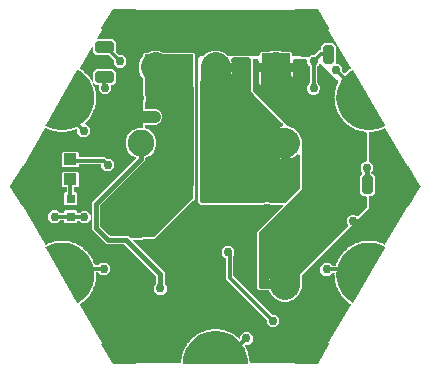
<source format=gbr>
G04 EAGLE Gerber RS-274X export*
G75*
%MOMM*%
%FSLAX34Y34*%
%LPD*%
%INTop Copper*%
%IPPOS*%
%AMOC8*
5,1,8,0,0,1.08239X$1,22.5*%
G01*
%ADD10R,0.800000X0.800000*%
%ADD11R,1.100000X1.000000*%
%ADD12C,0.499997*%
%ADD13C,1.000000*%
%ADD14C,2.250000*%
%ADD15R,2.400000X2.400000*%
%ADD16C,2.400000*%
%ADD17C,0.304800*%
%ADD18C,0.756400*%
%ADD19C,0.406400*%
%ADD20C,1.016000*%
%ADD21C,2.540000*%

G36*
X278630Y195708D02*
X278630Y195708D01*
X278658Y195706D01*
X278726Y195728D01*
X278797Y195742D01*
X278820Y195758D01*
X278847Y195767D01*
X278902Y195814D01*
X278961Y195855D01*
X278976Y195879D01*
X278998Y195897D01*
X279029Y195962D01*
X279068Y196022D01*
X279073Y196050D01*
X279085Y196076D01*
X279094Y196177D01*
X279101Y196219D01*
X279099Y196229D01*
X279100Y196242D01*
X279043Y196957D01*
X316758Y196957D01*
X316842Y196974D01*
X316928Y196986D01*
X316940Y196994D01*
X316954Y196996D01*
X317026Y197045D01*
X317100Y197090D01*
X317108Y197101D01*
X317120Y197109D01*
X317167Y197181D01*
X317218Y197252D01*
X317222Y197266D01*
X317229Y197277D01*
X317239Y197332D01*
X317263Y197426D01*
X317422Y199547D01*
X317413Y199617D01*
X317413Y199687D01*
X317401Y199718D01*
X317397Y199746D01*
X317372Y199790D01*
X317346Y199854D01*
X317343Y199859D01*
X317487Y200492D01*
X317488Y200526D01*
X317499Y200567D01*
X317547Y201214D01*
X317551Y201217D01*
X317595Y201273D01*
X317644Y201323D01*
X317657Y201353D01*
X317674Y201375D01*
X317688Y201425D01*
X317715Y201489D01*
X318242Y203799D01*
X318244Y203869D01*
X318254Y203939D01*
X318247Y203971D01*
X318247Y203999D01*
X318229Y204047D01*
X318213Y204114D01*
X318210Y204119D01*
X318447Y204723D01*
X318454Y204758D01*
X318470Y204796D01*
X318614Y205429D01*
X318619Y205431D01*
X318670Y205480D01*
X318727Y205522D01*
X318744Y205550D01*
X318764Y205570D01*
X318785Y205617D01*
X318821Y205676D01*
X319687Y207881D01*
X319699Y207951D01*
X319719Y208018D01*
X319717Y208051D01*
X319722Y208078D01*
X319710Y208129D01*
X319704Y208198D01*
X319703Y208203D01*
X320027Y208765D01*
X320039Y208798D01*
X320060Y208833D01*
X320297Y209437D01*
X320303Y209439D01*
X320360Y209480D01*
X320423Y209513D01*
X320444Y209538D01*
X320467Y209554D01*
X320494Y209598D01*
X320539Y209651D01*
X321724Y211702D01*
X321746Y211769D01*
X321776Y211833D01*
X321779Y211866D01*
X321787Y211892D01*
X321784Y211944D01*
X321788Y212013D01*
X321788Y212018D01*
X322192Y212526D01*
X322208Y212557D01*
X322235Y212588D01*
X322559Y213150D01*
X322565Y213152D01*
X322628Y213183D01*
X322694Y213207D01*
X322719Y213228D01*
X322744Y213241D01*
X322778Y213280D01*
X322830Y213325D01*
X324307Y215178D01*
X324339Y215240D01*
X324379Y215299D01*
X324386Y215331D01*
X324399Y215356D01*
X324403Y215407D01*
X324417Y215475D01*
X324418Y215480D01*
X324893Y215922D01*
X324914Y215950D01*
X324945Y215977D01*
X325349Y216485D01*
X325355Y216485D01*
X325422Y216507D01*
X325491Y216520D01*
X325519Y216538D01*
X325546Y216547D01*
X325585Y216580D01*
X325643Y216618D01*
X327380Y218229D01*
X327421Y218286D01*
X327469Y218338D01*
X327481Y218369D01*
X327497Y218392D01*
X327509Y218442D01*
X327533Y218507D01*
X327534Y218512D01*
X328070Y218877D01*
X328095Y218902D01*
X328130Y218925D01*
X328605Y219366D01*
X328611Y219366D01*
X328680Y219377D01*
X328751Y219380D01*
X328781Y219394D01*
X328809Y219398D01*
X328852Y219425D01*
X328916Y219454D01*
X330873Y220788D01*
X330922Y220839D01*
X330977Y220883D01*
X330994Y220912D01*
X331013Y220932D01*
X331032Y220980D01*
X331066Y221040D01*
X331068Y221045D01*
X331653Y221327D01*
X331680Y221348D01*
X331718Y221365D01*
X332254Y221730D01*
X332260Y221729D01*
X332330Y221730D01*
X332401Y221722D01*
X332432Y221731D01*
X332460Y221731D01*
X332508Y221752D01*
X332574Y221770D01*
X334709Y222798D01*
X334765Y222841D01*
X334826Y222876D01*
X334846Y222902D01*
X334868Y222919D01*
X334894Y222964D01*
X334937Y223018D01*
X334940Y223023D01*
X335560Y223214D01*
X335590Y223231D01*
X335630Y223242D01*
X336215Y223524D01*
X336220Y223522D01*
X336290Y223512D01*
X336358Y223494D01*
X336391Y223498D01*
X336419Y223494D01*
X336468Y223508D01*
X336537Y223516D01*
X338801Y224214D01*
X338863Y224248D01*
X338929Y224274D01*
X338952Y224297D01*
X338977Y224310D01*
X339009Y224350D01*
X339060Y224398D01*
X339063Y224402D01*
X339704Y224499D01*
X339737Y224511D01*
X339778Y224516D01*
X340399Y224707D01*
X340403Y224704D01*
X340471Y224684D01*
X340536Y224657D01*
X340569Y224656D01*
X340596Y224648D01*
X340647Y224653D01*
X340716Y224651D01*
X343059Y225004D01*
X343125Y225029D01*
X343194Y225045D01*
X343221Y225063D01*
X343247Y225073D01*
X343285Y225108D01*
X343342Y225147D01*
X343346Y225151D01*
X343995Y225151D01*
X344029Y225158D01*
X344070Y225157D01*
X344712Y225254D01*
X344716Y225250D01*
X344780Y225221D01*
X344840Y225183D01*
X344872Y225177D01*
X344898Y225166D01*
X344949Y225164D01*
X345017Y225151D01*
X347387Y225151D01*
X347456Y225165D01*
X347526Y225171D01*
X347556Y225185D01*
X347583Y225191D01*
X347626Y225220D01*
X347688Y225250D01*
X347692Y225254D01*
X348334Y225157D01*
X348369Y225159D01*
X348409Y225151D01*
X349058Y225151D01*
X349062Y225147D01*
X349121Y225108D01*
X349175Y225062D01*
X349206Y225052D01*
X349229Y225036D01*
X349280Y225027D01*
X349345Y225004D01*
X351688Y224651D01*
X351758Y224655D01*
X351829Y224650D01*
X351860Y224660D01*
X351888Y224661D01*
X351935Y224684D01*
X352001Y224704D01*
X352005Y224707D01*
X352626Y224516D01*
X352660Y224512D01*
X352700Y224499D01*
X353341Y224402D01*
X353344Y224398D01*
X353397Y224350D01*
X353443Y224297D01*
X353472Y224282D01*
X353493Y224263D01*
X353542Y224246D01*
X353603Y224214D01*
X355867Y223516D01*
X355937Y223509D01*
X356006Y223494D01*
X356038Y223499D01*
X356066Y223496D01*
X356116Y223511D01*
X356184Y223522D01*
X356189Y223524D01*
X356774Y223242D01*
X356807Y223234D01*
X356844Y223214D01*
X357464Y223023D01*
X357467Y223018D01*
X357512Y222964D01*
X357550Y222904D01*
X357576Y222885D01*
X357594Y222863D01*
X357639Y222839D01*
X357695Y222798D01*
X359830Y221770D01*
X359898Y221753D01*
X359964Y221727D01*
X359997Y221728D01*
X360024Y221721D01*
X360075Y221728D01*
X360144Y221729D01*
X360150Y221730D01*
X360686Y221365D01*
X360718Y221351D01*
X360751Y221327D01*
X361336Y221045D01*
X361338Y221040D01*
X361374Y220979D01*
X361403Y220915D01*
X361426Y220892D01*
X361440Y220867D01*
X361482Y220837D01*
X361531Y220788D01*
X363488Y219454D01*
X363553Y219426D01*
X363615Y219391D01*
X363647Y219387D01*
X363673Y219376D01*
X363724Y219376D01*
X363793Y219366D01*
X363799Y219366D01*
X364274Y218925D01*
X364301Y218909D01*
X364302Y218906D01*
X364308Y218903D01*
X364334Y218877D01*
X364870Y218512D01*
X364871Y218507D01*
X364897Y218441D01*
X364916Y218373D01*
X364936Y218347D01*
X364946Y218321D01*
X364983Y218284D01*
X365024Y218229D01*
X366328Y217019D01*
X366408Y216970D01*
X366486Y216920D01*
X366493Y216918D01*
X366499Y216915D01*
X366592Y216900D01*
X366683Y216884D01*
X366690Y216885D01*
X366697Y216884D01*
X366788Y216907D01*
X366879Y216927D01*
X366885Y216932D01*
X366892Y216933D01*
X366966Y216989D01*
X367042Y217043D01*
X367046Y217049D01*
X367052Y217054D01*
X367099Y217134D01*
X367148Y217214D01*
X367150Y217221D01*
X367153Y217227D01*
X367159Y217274D01*
X367180Y217391D01*
X367180Y219653D01*
X370289Y222762D01*
X374685Y222762D01*
X377794Y219653D01*
X377794Y215257D01*
X374685Y212148D01*
X371702Y212148D01*
X371694Y212147D01*
X371686Y212148D01*
X371597Y212127D01*
X371505Y212109D01*
X371499Y212104D01*
X371491Y212102D01*
X371343Y212000D01*
X371090Y211746D01*
X371067Y211713D01*
X371038Y211686D01*
X371012Y211630D01*
X370979Y211579D01*
X370971Y211540D01*
X370954Y211504D01*
X370952Y211442D01*
X370941Y211382D01*
X370949Y211343D01*
X370948Y211303D01*
X370972Y211237D01*
X370983Y211186D01*
X370998Y211164D01*
X371009Y211134D01*
X371865Y209651D01*
X371912Y209598D01*
X371952Y209540D01*
X371979Y209521D01*
X371998Y209500D01*
X372044Y209478D01*
X372101Y209439D01*
X372107Y209437D01*
X372344Y208833D01*
X372362Y208804D01*
X372377Y208765D01*
X372701Y208203D01*
X372700Y208198D01*
X372695Y208127D01*
X372682Y208058D01*
X372689Y208026D01*
X372687Y207998D01*
X372704Y207949D01*
X372717Y207881D01*
X373583Y205676D01*
X373621Y205616D01*
X373652Y205553D01*
X373676Y205531D01*
X373691Y205507D01*
X373734Y205478D01*
X373785Y205431D01*
X373790Y205429D01*
X373934Y204796D01*
X373948Y204764D01*
X373957Y204723D01*
X374194Y204119D01*
X374191Y204114D01*
X374177Y204045D01*
X374154Y203979D01*
X374155Y203946D01*
X374149Y203918D01*
X374159Y203868D01*
X374162Y203799D01*
X374689Y201489D01*
X374718Y201425D01*
X374739Y201357D01*
X374760Y201332D01*
X374771Y201306D01*
X374809Y201271D01*
X374853Y201217D01*
X374857Y201214D01*
X374905Y200567D01*
X374915Y200533D01*
X374917Y200492D01*
X375061Y199859D01*
X375058Y199854D01*
X375033Y199789D01*
X375000Y199726D01*
X374997Y199693D01*
X374987Y199667D01*
X374989Y199616D01*
X374982Y199547D01*
X375141Y197426D01*
X375164Y197343D01*
X375183Y197258D01*
X375191Y197247D01*
X375195Y197233D01*
X375249Y197165D01*
X375299Y197095D01*
X375311Y197087D01*
X375320Y197076D01*
X375395Y197035D01*
X375469Y196989D01*
X375484Y196986D01*
X375495Y196980D01*
X375551Y196974D01*
X375647Y196957D01*
X413361Y196957D01*
X413304Y196242D01*
X413308Y196213D01*
X413303Y196185D01*
X413320Y196116D01*
X413328Y196044D01*
X413343Y196020D01*
X413349Y195992D01*
X413392Y195934D01*
X413428Y195872D01*
X413450Y195855D01*
X413467Y195832D01*
X413529Y195795D01*
X413586Y195752D01*
X413614Y195745D01*
X413638Y195730D01*
X413738Y195714D01*
X413779Y195703D01*
X413789Y195705D01*
X413802Y195703D01*
X432802Y195703D01*
X432878Y195718D01*
X432956Y195727D01*
X432975Y195738D01*
X432997Y195742D01*
X433061Y195786D01*
X433129Y195825D01*
X433145Y195844D01*
X433161Y195855D01*
X433185Y195893D01*
X433235Y195953D01*
X442735Y212453D01*
X442744Y212480D01*
X442760Y212504D01*
X442775Y212574D01*
X442798Y212642D01*
X442795Y212670D01*
X442801Y212698D01*
X442788Y212769D01*
X442782Y212840D01*
X442769Y212865D01*
X442763Y212893D01*
X442723Y212953D01*
X442690Y213016D01*
X442668Y213034D01*
X442652Y213058D01*
X442569Y213116D01*
X442537Y213143D01*
X442526Y213146D01*
X442516Y213153D01*
X441888Y213450D01*
X460719Y246067D01*
X460747Y246149D01*
X460779Y246230D01*
X460779Y246243D01*
X460783Y246257D01*
X460777Y246343D01*
X460775Y246430D01*
X460769Y246443D01*
X460768Y246457D01*
X460729Y246534D01*
X460694Y246613D01*
X460683Y246624D01*
X460677Y246635D01*
X460635Y246671D01*
X460565Y246740D01*
X458814Y247933D01*
X458749Y247960D01*
X458687Y247995D01*
X458655Y248000D01*
X458629Y248011D01*
X458577Y248011D01*
X458509Y248021D01*
X458503Y248020D01*
X458028Y248462D01*
X457998Y248480D01*
X457968Y248509D01*
X457432Y248874D01*
X457431Y248880D01*
X457404Y248945D01*
X457386Y249013D01*
X457366Y249039D01*
X457356Y249065D01*
X457319Y249102D01*
X457278Y249157D01*
X455539Y250770D01*
X455479Y250806D01*
X455423Y250850D01*
X455392Y250860D01*
X455368Y250874D01*
X455317Y250882D01*
X455250Y250902D01*
X455245Y250902D01*
X454840Y251410D01*
X454814Y251432D01*
X454789Y251465D01*
X454313Y251906D01*
X454313Y251912D01*
X454296Y251980D01*
X454288Y252051D01*
X454272Y252079D01*
X454266Y252107D01*
X454235Y252148D01*
X454202Y252209D01*
X452723Y254063D01*
X452669Y254108D01*
X452621Y254159D01*
X452591Y254173D01*
X452570Y254191D01*
X452520Y254207D01*
X452458Y254236D01*
X452452Y254238D01*
X452128Y254800D01*
X452105Y254826D01*
X452085Y254862D01*
X451680Y255369D01*
X451681Y255375D01*
X451675Y255445D01*
X451677Y255516D01*
X451666Y255547D01*
X451664Y255575D01*
X451640Y255620D01*
X451616Y255685D01*
X450430Y257739D01*
X450383Y257792D01*
X450343Y257850D01*
X450316Y257868D01*
X450297Y257889D01*
X450251Y257911D01*
X450193Y257950D01*
X450188Y257952D01*
X449951Y258556D01*
X449932Y258585D01*
X449918Y258624D01*
X449593Y259186D01*
X449595Y259191D01*
X449599Y259262D01*
X449612Y259331D01*
X449606Y259363D01*
X449607Y259391D01*
X449590Y259440D01*
X449577Y259508D01*
X448710Y261715D01*
X448672Y261774D01*
X448641Y261838D01*
X448616Y261860D01*
X448601Y261884D01*
X448559Y261913D01*
X448507Y261959D01*
X448503Y261962D01*
X448358Y262595D01*
X448344Y262626D01*
X448336Y262667D01*
X448099Y263271D01*
X448101Y263276D01*
X448116Y263345D01*
X448139Y263412D01*
X448137Y263445D01*
X448143Y263472D01*
X448133Y263523D01*
X448130Y263592D01*
X447602Y265904D01*
X447573Y265968D01*
X447552Y266035D01*
X447531Y266061D01*
X447519Y266086D01*
X447482Y266121D01*
X447438Y266175D01*
X447434Y266179D01*
X447385Y266826D01*
X447376Y266859D01*
X447374Y266901D01*
X447229Y267533D01*
X447232Y267538D01*
X447257Y267604D01*
X447290Y267667D01*
X447293Y267699D01*
X447303Y267726D01*
X447301Y267777D01*
X447308Y267846D01*
X447131Y270211D01*
X447111Y270278D01*
X447101Y270348D01*
X447084Y270377D01*
X447076Y270404D01*
X447044Y270444D01*
X447009Y270504D01*
X447005Y270508D01*
X447054Y271155D01*
X447049Y271189D01*
X447054Y271231D01*
X447005Y271878D01*
X447009Y271882D01*
X447043Y271943D01*
X447085Y272000D01*
X447093Y272032D01*
X447107Y272057D01*
X447113Y272108D01*
X447130Y272175D01*
X447148Y272420D01*
X447145Y272445D01*
X447150Y272469D01*
X447133Y272543D01*
X447123Y272619D01*
X447111Y272640D01*
X447106Y272664D01*
X447062Y272727D01*
X447023Y272793D01*
X447004Y272808D01*
X446990Y272828D01*
X446925Y272868D01*
X446864Y272915D01*
X446840Y272921D01*
X446820Y272933D01*
X446724Y272951D01*
X446670Y272965D01*
X446657Y272963D01*
X446642Y272965D01*
X444990Y272965D01*
X444983Y272964D01*
X444975Y272965D01*
X444885Y272944D01*
X444794Y272926D01*
X444787Y272921D01*
X444780Y272920D01*
X444632Y272817D01*
X442522Y270707D01*
X438126Y270707D01*
X435018Y273816D01*
X435018Y278212D01*
X438126Y281321D01*
X442522Y281321D01*
X444632Y279211D01*
X444638Y279207D01*
X444643Y279201D01*
X444722Y279152D01*
X444799Y279101D01*
X444806Y279099D01*
X444813Y279095D01*
X444990Y279063D01*
X447727Y279063D01*
X447738Y279065D01*
X447750Y279063D01*
X447836Y279085D01*
X447924Y279103D01*
X447933Y279109D01*
X447944Y279112D01*
X448016Y279165D01*
X448089Y279215D01*
X448096Y279225D01*
X448105Y279232D01*
X448192Y279373D01*
X448199Y279383D01*
X448199Y279384D01*
X448199Y279385D01*
X448330Y279719D01*
X448336Y279753D01*
X448353Y279791D01*
X448497Y280424D01*
X448502Y280427D01*
X448553Y280476D01*
X448609Y280518D01*
X448626Y280546D01*
X448647Y280565D01*
X448667Y280612D01*
X448704Y280671D01*
X449569Y282879D01*
X449582Y282949D01*
X449602Y283016D01*
X449599Y283049D01*
X449604Y283076D01*
X449593Y283127D01*
X449587Y283196D01*
X449586Y283201D01*
X449910Y283763D01*
X449921Y283796D01*
X449943Y283831D01*
X450180Y284435D01*
X450185Y284438D01*
X450243Y284478D01*
X450305Y284511D01*
X450326Y284536D01*
X450349Y284553D01*
X450376Y284596D01*
X450421Y284649D01*
X451606Y286703D01*
X451629Y286770D01*
X451659Y286834D01*
X451661Y286866D01*
X451670Y286893D01*
X451666Y286944D01*
X451671Y287014D01*
X451670Y287019D01*
X452075Y287526D01*
X452091Y287557D01*
X452117Y287589D01*
X452442Y288151D01*
X452447Y288153D01*
X452510Y288184D01*
X452577Y288208D01*
X452601Y288229D01*
X452626Y288242D01*
X452660Y288281D01*
X452712Y288326D01*
X454190Y290181D01*
X454222Y290244D01*
X454262Y290302D01*
X454269Y290334D01*
X454282Y290359D01*
X454286Y290411D01*
X454300Y290478D01*
X454300Y290484D01*
X454776Y290925D01*
X454789Y290943D01*
X454800Y290950D01*
X454809Y290965D01*
X454828Y290981D01*
X455232Y291488D01*
X455237Y291489D01*
X455305Y291510D01*
X455374Y291524D01*
X455402Y291542D01*
X455428Y291550D01*
X455467Y291584D01*
X455526Y291621D01*
X457263Y293235D01*
X457305Y293292D01*
X457352Y293344D01*
X457364Y293375D01*
X457380Y293397D01*
X457392Y293448D01*
X457417Y293512D01*
X457418Y293518D01*
X457954Y293883D01*
X457978Y293908D01*
X458013Y293931D01*
X458489Y294372D01*
X458494Y294372D01*
X458564Y294383D01*
X458634Y294386D01*
X458664Y294400D01*
X458692Y294404D01*
X458736Y294432D01*
X458799Y294460D01*
X460758Y295796D01*
X460807Y295847D01*
X460862Y295891D01*
X460878Y295920D01*
X460898Y295940D01*
X460917Y295988D01*
X460951Y296048D01*
X460952Y296053D01*
X461537Y296335D01*
X461565Y296356D01*
X461603Y296373D01*
X462139Y296739D01*
X462144Y296738D01*
X462215Y296738D01*
X462285Y296731D01*
X462316Y296740D01*
X462344Y296740D01*
X462392Y296761D01*
X462458Y296779D01*
X464595Y297809D01*
X464651Y297851D01*
X464712Y297887D01*
X464732Y297913D01*
X464754Y297930D01*
X464780Y297974D01*
X464823Y298029D01*
X464826Y298034D01*
X465446Y298225D01*
X465476Y298242D01*
X465516Y298253D01*
X466101Y298534D01*
X466106Y298533D01*
X466176Y298523D01*
X466244Y298505D01*
X466277Y298509D01*
X466304Y298505D01*
X466354Y298518D01*
X466423Y298527D01*
X468689Y299226D01*
X468751Y299260D01*
X468816Y299286D01*
X468840Y299309D01*
X468865Y299322D01*
X468897Y299363D01*
X468947Y299410D01*
X468950Y299415D01*
X469592Y299511D01*
X469625Y299523D01*
X469666Y299528D01*
X470286Y299720D01*
X470291Y299717D01*
X470359Y299697D01*
X470423Y299669D01*
X470456Y299668D01*
X470483Y299660D01*
X470534Y299666D01*
X470604Y299664D01*
X472948Y300018D01*
X473015Y300043D01*
X473083Y300059D01*
X473110Y300077D01*
X473137Y300087D01*
X473175Y300122D01*
X473231Y300161D01*
X473235Y300165D01*
X473884Y300165D01*
X473918Y300172D01*
X473960Y300171D01*
X474601Y300268D01*
X474606Y300265D01*
X474670Y300235D01*
X474730Y300198D01*
X474762Y300192D01*
X474787Y300180D01*
X474839Y300178D01*
X474907Y300166D01*
X477278Y300167D01*
X477348Y300181D01*
X477418Y300186D01*
X477447Y300201D01*
X477475Y300206D01*
X477518Y300235D01*
X477580Y300266D01*
X477584Y300269D01*
X478226Y300173D01*
X478260Y300174D01*
X478301Y300167D01*
X478950Y300167D01*
X478954Y300163D01*
X479013Y300124D01*
X479067Y300078D01*
X479098Y300068D01*
X479121Y300052D01*
X479172Y300043D01*
X479237Y300020D01*
X481582Y299668D01*
X481653Y299671D01*
X481723Y299666D01*
X481754Y299676D01*
X481782Y299678D01*
X481829Y299700D01*
X481895Y299721D01*
X481900Y299724D01*
X482520Y299532D01*
X482554Y299529D01*
X482594Y299516D01*
X483235Y299419D01*
X483239Y299415D01*
X483291Y299367D01*
X483337Y299314D01*
X483366Y299299D01*
X483387Y299280D01*
X483436Y299263D01*
X483497Y299231D01*
X485764Y298533D01*
X485834Y298526D01*
X485903Y298511D01*
X485935Y298516D01*
X485963Y298513D01*
X486012Y298528D01*
X486081Y298539D01*
X486086Y298541D01*
X486671Y298259D01*
X486704Y298251D01*
X486741Y298232D01*
X487361Y298041D01*
X487364Y298036D01*
X487409Y297981D01*
X487446Y297922D01*
X487473Y297902D01*
X487491Y297881D01*
X487536Y297857D01*
X487592Y297816D01*
X489519Y296889D01*
X489603Y296868D01*
X489685Y296842D01*
X489699Y296843D01*
X489713Y296839D01*
X489799Y296852D01*
X489885Y296860D01*
X489897Y296867D01*
X489911Y296869D01*
X489985Y296914D01*
X490062Y296955D01*
X490071Y296966D01*
X490083Y296973D01*
X490115Y297018D01*
X490178Y297092D01*
X509010Y329711D01*
X509618Y329291D01*
X509645Y329280D01*
X509667Y329261D01*
X509736Y329241D01*
X509801Y329213D01*
X509830Y329213D01*
X509858Y329205D01*
X509929Y329213D01*
X510000Y329213D01*
X510027Y329224D01*
X510056Y329227D01*
X510118Y329262D01*
X510183Y329290D01*
X510204Y329310D01*
X510229Y329325D01*
X510292Y329402D01*
X510322Y329432D01*
X510326Y329442D01*
X510335Y329453D01*
X519835Y345953D01*
X519845Y345985D01*
X519854Y345998D01*
X519858Y346022D01*
X519859Y346026D01*
X519890Y346096D01*
X519890Y346120D01*
X519898Y346142D01*
X519892Y346218D01*
X519893Y346295D01*
X519883Y346319D01*
X519882Y346340D01*
X519861Y346379D01*
X519835Y346451D01*
X510335Y362951D01*
X510316Y362973D01*
X510303Y362999D01*
X510250Y363047D01*
X510203Y363100D01*
X510177Y363113D01*
X510156Y363132D01*
X510088Y363155D01*
X510024Y363186D01*
X509995Y363188D01*
X509968Y363197D01*
X509896Y363192D01*
X509825Y363195D01*
X509798Y363185D01*
X509769Y363183D01*
X509679Y363141D01*
X509639Y363126D01*
X509631Y363119D01*
X509618Y363113D01*
X509010Y362693D01*
X490178Y395312D01*
X490121Y395377D01*
X490067Y395445D01*
X490055Y395451D01*
X490045Y395462D01*
X489967Y395500D01*
X489892Y395542D01*
X489878Y395543D01*
X489865Y395549D01*
X489778Y395554D01*
X489692Y395563D01*
X489678Y395559D01*
X489665Y395560D01*
X489612Y395541D01*
X489519Y395515D01*
X487592Y394588D01*
X487536Y394545D01*
X487475Y394510D01*
X487455Y394484D01*
X487432Y394467D01*
X487406Y394422D01*
X487364Y394368D01*
X487361Y394363D01*
X486741Y394172D01*
X486711Y394156D01*
X486671Y394145D01*
X486086Y393863D01*
X486081Y393865D01*
X486011Y393875D01*
X485942Y393893D01*
X485910Y393889D01*
X485882Y393893D01*
X485832Y393879D01*
X485764Y393871D01*
X483497Y393173D01*
X483435Y393139D01*
X483370Y393113D01*
X483346Y393090D01*
X483321Y393077D01*
X483289Y393037D01*
X483239Y392989D01*
X483235Y392985D01*
X482594Y392888D01*
X482561Y392877D01*
X482520Y392872D01*
X481900Y392680D01*
X481895Y392683D01*
X481827Y392703D01*
X481762Y392731D01*
X481730Y392732D01*
X481703Y392740D01*
X481651Y392734D01*
X481582Y392736D01*
X479237Y392384D01*
X479171Y392360D01*
X479102Y392343D01*
X479075Y392325D01*
X479049Y392315D01*
X479011Y392280D01*
X478954Y392241D01*
X478950Y392237D01*
X478301Y392237D01*
X478267Y392230D01*
X478226Y392231D01*
X477584Y392135D01*
X477580Y392138D01*
X477516Y392168D01*
X477456Y392205D01*
X477423Y392211D01*
X477398Y392223D01*
X477346Y392225D01*
X477278Y392237D01*
X476504Y392238D01*
X476499Y392237D01*
X476494Y392238D01*
X476401Y392217D01*
X476308Y392198D01*
X476303Y392195D01*
X476298Y392194D01*
X476220Y392139D01*
X476142Y392086D01*
X476139Y392081D01*
X476135Y392078D01*
X476084Y391997D01*
X476032Y391918D01*
X476032Y391912D01*
X476029Y391908D01*
X475997Y391730D01*
X475997Y367642D01*
X475998Y367637D01*
X475997Y367632D01*
X476018Y367539D01*
X476036Y367446D01*
X476039Y367441D01*
X476040Y367436D01*
X476096Y367358D01*
X476149Y367280D01*
X476153Y367277D01*
X476156Y367273D01*
X476238Y367222D01*
X476317Y367171D01*
X476322Y367170D01*
X476327Y367167D01*
X476504Y367135D01*
X476566Y367135D01*
X479675Y364026D01*
X479675Y359630D01*
X478073Y358029D01*
X478069Y358022D01*
X478062Y358017D01*
X478014Y357939D01*
X477962Y357862D01*
X477961Y357854D01*
X477957Y357847D01*
X477925Y357670D01*
X477925Y357504D01*
X477926Y357499D01*
X477925Y357494D01*
X477945Y357401D01*
X477964Y357307D01*
X477967Y357303D01*
X477968Y357298D01*
X478024Y357220D01*
X478077Y357142D01*
X478081Y357139D01*
X478084Y357134D01*
X478166Y357084D01*
X478245Y357032D01*
X478250Y357031D01*
X478255Y357029D01*
X478432Y356997D01*
X479147Y356997D01*
X481505Y354639D01*
X481505Y340305D01*
X479147Y337947D01*
X476504Y337947D01*
X476499Y337946D01*
X476494Y337947D01*
X476401Y337926D01*
X476307Y337908D01*
X476303Y337905D01*
X476298Y337904D01*
X476220Y337848D01*
X476142Y337795D01*
X476139Y337791D01*
X476135Y337788D01*
X476084Y337706D01*
X476032Y337627D01*
X476032Y337622D01*
X476029Y337617D01*
X475997Y337440D01*
X475997Y327457D01*
X419503Y270963D01*
X419499Y270957D01*
X419493Y270952D01*
X419444Y270874D01*
X419392Y270796D01*
X419391Y270789D01*
X419387Y270782D01*
X419355Y270605D01*
X419355Y266014D01*
X419357Y266005D01*
X419355Y265995D01*
X419393Y265819D01*
X419435Y265720D01*
X419435Y260060D01*
X417269Y254832D01*
X413268Y250831D01*
X412917Y250686D01*
X411693Y250178D01*
X411692Y250178D01*
X410468Y249671D01*
X409243Y249164D01*
X408040Y248665D01*
X402380Y248665D01*
X397152Y250831D01*
X393071Y254912D01*
X391895Y257750D01*
X391892Y257756D01*
X391890Y257762D01*
X391836Y257839D01*
X391784Y257917D01*
X391778Y257920D01*
X391774Y257925D01*
X391695Y257975D01*
X391616Y258027D01*
X391610Y258028D01*
X391604Y258031D01*
X391427Y258063D01*
X383337Y258063D01*
X381253Y260147D01*
X381253Y307543D01*
X403297Y329587D01*
X403299Y329590D01*
X403301Y329591D01*
X403353Y329672D01*
X403408Y329754D01*
X403409Y329757D01*
X403410Y329759D01*
X403428Y329855D01*
X403446Y329951D01*
X403445Y329954D01*
X403446Y329956D01*
X403424Y330053D01*
X403404Y330147D01*
X403403Y330149D01*
X403402Y330152D01*
X403346Y330232D01*
X403290Y330312D01*
X403288Y330313D01*
X403286Y330315D01*
X403203Y330367D01*
X403121Y330419D01*
X403118Y330420D01*
X403116Y330421D01*
X402939Y330453D01*
X333807Y330453D01*
X331723Y332537D01*
X331723Y454863D01*
X333807Y456947D01*
X336226Y456947D01*
X336234Y456948D01*
X336242Y456947D01*
X336332Y456968D01*
X336423Y456986D01*
X336429Y456991D01*
X336437Y456993D01*
X336585Y457095D01*
X338398Y458909D01*
X339209Y459245D01*
X340434Y459752D01*
X341658Y460259D01*
X341659Y460259D01*
X342883Y460766D01*
X343626Y461074D01*
X349286Y461074D01*
X354514Y458909D01*
X356327Y457095D01*
X356334Y457091D01*
X356338Y457085D01*
X356417Y457036D01*
X356494Y456984D01*
X356502Y456983D01*
X356508Y456979D01*
X356686Y456947D01*
X383224Y456947D01*
X383229Y456948D01*
X383234Y456947D01*
X383327Y456968D01*
X383421Y456986D01*
X383425Y456989D01*
X383430Y456990D01*
X383508Y457046D01*
X383586Y457099D01*
X383589Y457103D01*
X383593Y457106D01*
X383644Y457188D01*
X383696Y457267D01*
X383696Y457272D01*
X383699Y457277D01*
X383731Y457454D01*
X383731Y459481D01*
X384624Y460374D01*
X392636Y460374D01*
X392645Y460376D01*
X392654Y460375D01*
X392830Y460413D01*
X392832Y460414D01*
X393683Y460766D01*
X394426Y461074D01*
X400086Y461074D01*
X401682Y460413D01*
X401691Y460411D01*
X401699Y460406D01*
X401876Y460374D01*
X409888Y460374D01*
X410781Y459481D01*
X410781Y457454D01*
X410782Y457449D01*
X410781Y457444D01*
X410802Y457351D01*
X410820Y457257D01*
X410823Y457253D01*
X410824Y457248D01*
X410880Y457170D01*
X410933Y457092D01*
X410937Y457089D01*
X410940Y457085D01*
X411022Y457034D01*
X411101Y456982D01*
X411106Y456982D01*
X411111Y456979D01*
X411288Y456947D01*
X418033Y456947D01*
X419155Y455825D01*
X419161Y455821D01*
X419166Y455815D01*
X419244Y455766D01*
X419322Y455714D01*
X419329Y455713D01*
X419336Y455709D01*
X419513Y455677D01*
X425102Y455677D01*
X425110Y455678D01*
X425117Y455677D01*
X425207Y455698D01*
X425298Y455716D01*
X425305Y455721D01*
X425312Y455723D01*
X425460Y455825D01*
X427062Y457427D01*
X430045Y457427D01*
X430053Y457428D01*
X430061Y457427D01*
X430150Y457448D01*
X430242Y457466D01*
X430248Y457471D01*
X430256Y457473D01*
X430404Y457575D01*
X434093Y461265D01*
X434928Y461265D01*
X434933Y461266D01*
X434938Y461265D01*
X435031Y461286D01*
X435125Y461304D01*
X435129Y461307D01*
X435134Y461308D01*
X435212Y461364D01*
X435290Y461417D01*
X435293Y461421D01*
X435298Y461424D01*
X435348Y461506D01*
X435400Y461585D01*
X435401Y461590D01*
X435403Y461595D01*
X435435Y461772D01*
X435435Y465383D01*
X437793Y467741D01*
X446127Y467741D01*
X448485Y465383D01*
X448485Y451049D01*
X448108Y450673D01*
X448107Y450670D01*
X448105Y450669D01*
X448052Y450588D01*
X447997Y450506D01*
X447997Y450503D01*
X447996Y450501D01*
X447978Y450405D01*
X447960Y450309D01*
X447960Y450306D01*
X447960Y450304D01*
X447982Y450207D01*
X448001Y450113D01*
X448003Y450111D01*
X448004Y450108D01*
X448061Y450028D01*
X448116Y449948D01*
X448118Y449947D01*
X448120Y449945D01*
X448203Y449893D01*
X448285Y449841D01*
X448288Y449840D01*
X448290Y449839D01*
X448467Y449807D01*
X450508Y449807D01*
X453617Y446698D01*
X453617Y443715D01*
X453618Y443707D01*
X453617Y443699D01*
X453638Y443610D01*
X453656Y443518D01*
X453661Y443512D01*
X453663Y443504D01*
X453765Y443356D01*
X455167Y441955D01*
X455246Y441902D01*
X455325Y441847D01*
X455330Y441847D01*
X455334Y441844D01*
X455427Y441826D01*
X455522Y441806D01*
X455526Y441807D01*
X455530Y441806D01*
X455623Y441826D01*
X455718Y441845D01*
X455722Y441847D01*
X455727Y441848D01*
X455759Y441871D01*
X455870Y441942D01*
X457278Y443247D01*
X457319Y443304D01*
X457367Y443356D01*
X457378Y443387D01*
X457395Y443409D01*
X457406Y443460D01*
X457431Y443524D01*
X457432Y443530D01*
X457968Y443895D01*
X457993Y443920D01*
X458028Y443942D01*
X458503Y444384D01*
X458509Y444383D01*
X458579Y444395D01*
X458649Y444398D01*
X458679Y444411D01*
X458707Y444415D01*
X458751Y444443D01*
X458814Y444471D01*
X460565Y445664D01*
X460626Y445727D01*
X460690Y445785D01*
X460696Y445798D01*
X460705Y445808D01*
X460737Y445888D01*
X460774Y445967D01*
X460774Y445981D01*
X460779Y445994D01*
X460777Y446081D01*
X460780Y446168D01*
X460775Y446182D01*
X460775Y446195D01*
X460752Y446245D01*
X460719Y446337D01*
X441888Y478954D01*
X442516Y479251D01*
X442538Y479268D01*
X442565Y479278D01*
X442617Y479327D01*
X442675Y479370D01*
X442689Y479395D01*
X442710Y479414D01*
X442739Y479480D01*
X442775Y479542D01*
X442778Y479570D01*
X442790Y479596D01*
X442791Y479668D01*
X442800Y479739D01*
X442792Y479766D01*
X442793Y479795D01*
X442757Y479890D01*
X442746Y479930D01*
X442739Y479939D01*
X442735Y479951D01*
X433235Y496451D01*
X433183Y496510D01*
X433137Y496572D01*
X433118Y496583D01*
X433103Y496600D01*
X433033Y496634D01*
X432966Y496674D01*
X432942Y496678D01*
X432924Y496686D01*
X432879Y496688D01*
X432802Y496701D01*
X413802Y496701D01*
X413774Y496696D01*
X413746Y496698D01*
X413678Y496676D01*
X413607Y496662D01*
X413584Y496646D01*
X413557Y496637D01*
X413502Y496590D01*
X413443Y496549D01*
X413428Y496525D01*
X413407Y496507D01*
X413375Y496442D01*
X413336Y496382D01*
X413331Y496354D01*
X413319Y496328D01*
X413310Y496227D01*
X413303Y496185D01*
X413305Y496175D01*
X413304Y496162D01*
X413361Y495447D01*
X279043Y495447D01*
X279100Y496162D01*
X279096Y496191D01*
X279101Y496219D01*
X279084Y496288D01*
X279076Y496360D01*
X279062Y496384D01*
X279055Y496412D01*
X279012Y496470D01*
X278977Y496532D01*
X278954Y496549D01*
X278937Y496572D01*
X278875Y496609D01*
X278818Y496652D01*
X278790Y496659D01*
X278766Y496674D01*
X278666Y496690D01*
X278625Y496701D01*
X278615Y496699D01*
X278602Y496701D01*
X259602Y496701D01*
X259526Y496686D01*
X259448Y496677D01*
X259429Y496666D01*
X259407Y496662D01*
X259343Y496618D01*
X259275Y496579D01*
X259259Y496560D01*
X259243Y496549D01*
X259219Y496511D01*
X259169Y496451D01*
X249669Y479951D01*
X249660Y479924D01*
X249644Y479900D01*
X249629Y479830D01*
X249606Y479762D01*
X249609Y479734D01*
X249603Y479706D01*
X249617Y479636D01*
X249622Y479564D01*
X249635Y479539D01*
X249641Y479511D01*
X249681Y479451D01*
X249714Y479388D01*
X249736Y479370D01*
X249752Y479346D01*
X249835Y479288D01*
X249867Y479261D01*
X249878Y479258D01*
X249889Y479251D01*
X250516Y478954D01*
X246122Y471344D01*
X246110Y471308D01*
X246090Y471277D01*
X246078Y471214D01*
X246058Y471154D01*
X246061Y471116D01*
X246054Y471080D01*
X246068Y471017D01*
X246073Y470954D01*
X246089Y470920D01*
X246098Y470884D01*
X246135Y470832D01*
X246163Y470775D01*
X246192Y470751D01*
X246214Y470720D01*
X246268Y470687D01*
X246317Y470646D01*
X246352Y470634D01*
X246384Y470615D01*
X246457Y470602D01*
X246508Y470586D01*
X246533Y470588D01*
X246561Y470583D01*
X259389Y470583D01*
X261747Y468225D01*
X261747Y460325D01*
X261748Y460317D01*
X261747Y460309D01*
X261768Y460219D01*
X261786Y460128D01*
X261791Y460122D01*
X261793Y460114D01*
X261895Y459966D01*
X264286Y457575D01*
X264293Y457571D01*
X264297Y457565D01*
X264376Y457516D01*
X264453Y457464D01*
X264461Y457463D01*
X264468Y457459D01*
X264645Y457427D01*
X267628Y457427D01*
X270737Y454318D01*
X270737Y449922D01*
X267628Y446813D01*
X263232Y446813D01*
X260123Y449922D01*
X260123Y452905D01*
X260122Y452913D01*
X260123Y452921D01*
X260102Y453010D01*
X260084Y453102D01*
X260079Y453108D01*
X260077Y453116D01*
X259975Y453264D01*
X255854Y457385D01*
X255847Y457389D01*
X255843Y457396D01*
X255764Y457444D01*
X255687Y457496D01*
X255679Y457497D01*
X255672Y457501D01*
X255495Y457533D01*
X245055Y457533D01*
X242697Y459891D01*
X242697Y463519D01*
X242684Y463586D01*
X242679Y463655D01*
X242664Y463684D01*
X242658Y463715D01*
X242619Y463772D01*
X242588Y463834D01*
X242563Y463854D01*
X242545Y463881D01*
X242487Y463919D01*
X242435Y463963D01*
X242404Y463973D01*
X242377Y463990D01*
X242309Y464003D01*
X242243Y464023D01*
X242211Y464020D01*
X242180Y464026D01*
X242112Y464011D01*
X242044Y464004D01*
X242016Y463989D01*
X241984Y463982D01*
X241928Y463942D01*
X241867Y463910D01*
X241845Y463883D01*
X241821Y463866D01*
X241794Y463823D01*
X241751Y463772D01*
X231685Y446337D01*
X231657Y446255D01*
X231625Y446174D01*
X231625Y446161D01*
X231621Y446147D01*
X231627Y446061D01*
X231629Y445974D01*
X231635Y445961D01*
X231636Y445947D01*
X231675Y445870D01*
X231710Y445791D01*
X231721Y445780D01*
X231727Y445769D01*
X231769Y445733D01*
X231839Y445664D01*
X233590Y444471D01*
X233655Y444444D01*
X233717Y444409D01*
X233749Y444404D01*
X233775Y444393D01*
X233827Y444393D01*
X233895Y444383D01*
X233901Y444384D01*
X234376Y443942D01*
X234406Y443924D01*
X234436Y443895D01*
X234972Y443530D01*
X234973Y443524D01*
X235000Y443459D01*
X235018Y443391D01*
X235038Y443365D01*
X235048Y443339D01*
X235085Y443302D01*
X235126Y443247D01*
X236865Y441634D01*
X236925Y441598D01*
X236981Y441554D01*
X237012Y441544D01*
X237036Y441530D01*
X237087Y441522D01*
X237154Y441502D01*
X237159Y441502D01*
X237564Y440994D01*
X237590Y440972D01*
X237615Y440939D01*
X238091Y440498D01*
X238091Y440492D01*
X238108Y440424D01*
X238116Y440353D01*
X238132Y440325D01*
X238138Y440297D01*
X238169Y440256D01*
X238202Y440195D01*
X239681Y438341D01*
X239735Y438296D01*
X239783Y438244D01*
X239813Y438230D01*
X239834Y438212D01*
X239884Y438197D01*
X239946Y438168D01*
X239952Y438166D01*
X240276Y437604D01*
X240299Y437578D01*
X240319Y437542D01*
X240724Y437035D01*
X240723Y437029D01*
X240729Y436959D01*
X240727Y436888D01*
X240738Y436857D01*
X240740Y436829D01*
X240765Y436784D01*
X240788Y436719D01*
X241751Y435052D01*
X241796Y435000D01*
X241835Y434944D01*
X241862Y434926D01*
X241883Y434902D01*
X241946Y434872D01*
X242003Y434834D01*
X242035Y434829D01*
X242064Y434815D01*
X242133Y434811D01*
X242200Y434799D01*
X242232Y434806D01*
X242264Y434804D01*
X242329Y434827D01*
X242396Y434842D01*
X242422Y434861D01*
X242453Y434872D01*
X242503Y434919D01*
X242560Y434958D01*
X242577Y434986D01*
X242600Y435008D01*
X242629Y435070D01*
X242665Y435129D01*
X242671Y435163D01*
X242684Y435190D01*
X242685Y435240D01*
X242697Y435306D01*
X242697Y442825D01*
X245055Y445183D01*
X259389Y445183D01*
X261747Y442825D01*
X261747Y434491D01*
X259389Y432133D01*
X258541Y432133D01*
X258536Y432132D01*
X258531Y432133D01*
X258438Y432112D01*
X258345Y432094D01*
X258341Y432091D01*
X258335Y432090D01*
X258258Y432034D01*
X258179Y431981D01*
X258176Y431977D01*
X258172Y431974D01*
X258121Y431892D01*
X258070Y431813D01*
X258069Y431808D01*
X258066Y431803D01*
X258034Y431626D01*
X258034Y427570D01*
X254926Y424461D01*
X250529Y424461D01*
X247421Y427570D01*
X247421Y431626D01*
X247420Y431631D01*
X247421Y431636D01*
X247400Y431729D01*
X247381Y431823D01*
X247378Y431827D01*
X247377Y431832D01*
X247322Y431910D01*
X247268Y431988D01*
X247264Y431991D01*
X247261Y431996D01*
X247180Y432046D01*
X247100Y432098D01*
X247095Y432099D01*
X247091Y432101D01*
X246913Y432133D01*
X245055Y432133D01*
X243677Y433511D01*
X243646Y433532D01*
X243621Y433560D01*
X243563Y433587D01*
X243510Y433622D01*
X243473Y433629D01*
X243439Y433645D01*
X243376Y433648D01*
X243313Y433660D01*
X243276Y433652D01*
X243239Y433654D01*
X243179Y433631D01*
X243117Y433618D01*
X243086Y433597D01*
X243051Y433584D01*
X243005Y433540D01*
X242952Y433504D01*
X242932Y433472D01*
X242905Y433447D01*
X242873Y433380D01*
X242845Y433335D01*
X242841Y433310D01*
X242828Y433284D01*
X242809Y433213D01*
X242805Y433142D01*
X242792Y433073D01*
X242798Y433040D01*
X242797Y433012D01*
X242814Y432964D01*
X242827Y432896D01*
X243694Y430689D01*
X243732Y430630D01*
X243763Y430566D01*
X243788Y430544D01*
X243803Y430520D01*
X243845Y430491D01*
X243897Y430445D01*
X243901Y430442D01*
X244046Y429809D01*
X244060Y429778D01*
X244068Y429737D01*
X244305Y429133D01*
X244303Y429128D01*
X244288Y429059D01*
X244265Y428992D01*
X244267Y428959D01*
X244261Y428932D01*
X244271Y428881D01*
X244274Y428812D01*
X244802Y426500D01*
X244831Y426436D01*
X244852Y426369D01*
X244873Y426343D01*
X244885Y426318D01*
X244922Y426283D01*
X244966Y426229D01*
X244970Y426225D01*
X245019Y425578D01*
X245028Y425545D01*
X245030Y425503D01*
X245175Y424871D01*
X245172Y424866D01*
X245147Y424800D01*
X245114Y424737D01*
X245111Y424705D01*
X245101Y424678D01*
X245103Y424627D01*
X245096Y424558D01*
X245273Y422193D01*
X245293Y422126D01*
X245303Y422056D01*
X245320Y422027D01*
X245328Y422000D01*
X245360Y421960D01*
X245395Y421900D01*
X245399Y421896D01*
X245350Y421249D01*
X245355Y421215D01*
X245350Y421173D01*
X245399Y420526D01*
X245395Y420522D01*
X245361Y420461D01*
X245319Y420404D01*
X245311Y420372D01*
X245297Y420347D01*
X245291Y420296D01*
X245274Y420229D01*
X245098Y417864D01*
X245106Y417794D01*
X245107Y417724D01*
X245119Y417693D01*
X245123Y417665D01*
X245148Y417621D01*
X245174Y417557D01*
X245177Y417552D01*
X245033Y416919D01*
X245032Y416885D01*
X245022Y416844D01*
X244973Y416197D01*
X244969Y416194D01*
X244926Y416138D01*
X244876Y416088D01*
X244863Y416058D01*
X244846Y416035D01*
X244833Y415986D01*
X244806Y415922D01*
X244279Y413610D01*
X244277Y413539D01*
X244267Y413469D01*
X244274Y413438D01*
X244274Y413410D01*
X244292Y413361D01*
X244308Y413294D01*
X244311Y413289D01*
X244074Y412685D01*
X244068Y412651D01*
X244051Y412613D01*
X243907Y411980D01*
X243902Y411977D01*
X243851Y411928D01*
X243795Y411886D01*
X243778Y411858D01*
X243757Y411839D01*
X243737Y411792D01*
X243700Y411733D01*
X242835Y409525D01*
X242822Y409455D01*
X242802Y409388D01*
X242805Y409355D01*
X242800Y409328D01*
X242811Y409277D01*
X242817Y409208D01*
X242818Y409203D01*
X242494Y408641D01*
X242483Y408608D01*
X242461Y408573D01*
X242224Y407969D01*
X242219Y407966D01*
X242161Y407926D01*
X242099Y407893D01*
X242078Y407868D01*
X242055Y407851D01*
X242028Y407808D01*
X241983Y407755D01*
X240798Y405701D01*
X240777Y405639D01*
X240767Y405623D01*
X240765Y405612D01*
X240745Y405570D01*
X240743Y405538D01*
X240734Y405511D01*
X240738Y405461D01*
X240731Y405426D01*
X240735Y405412D01*
X240733Y405390D01*
X240734Y405385D01*
X240329Y404878D01*
X240313Y404847D01*
X240287Y404815D01*
X239962Y404253D01*
X239957Y404251D01*
X239894Y404220D01*
X239827Y404196D01*
X239803Y404175D01*
X239778Y404162D01*
X239744Y404123D01*
X239692Y404078D01*
X238214Y402223D01*
X238182Y402160D01*
X238142Y402102D01*
X238135Y402070D01*
X238122Y402045D01*
X238118Y401993D01*
X238104Y401926D01*
X238104Y401920D01*
X237628Y401479D01*
X237608Y401451D01*
X237576Y401423D01*
X237172Y400916D01*
X237167Y400915D01*
X237099Y400893D01*
X237030Y400880D01*
X237002Y400862D01*
X236976Y400854D01*
X236936Y400820D01*
X236878Y400783D01*
X235624Y399618D01*
X235617Y399608D01*
X235607Y399601D01*
X235558Y399527D01*
X235507Y399455D01*
X235504Y399443D01*
X235497Y399433D01*
X235482Y399346D01*
X235462Y399260D01*
X235464Y399248D01*
X235462Y399236D01*
X235481Y399149D01*
X235496Y399062D01*
X235503Y399052D01*
X235505Y399040D01*
X235557Y398968D01*
X235604Y398894D01*
X235614Y398887D01*
X235621Y398877D01*
X235697Y398830D01*
X235769Y398780D01*
X235781Y398777D01*
X235792Y398771D01*
X235944Y398743D01*
X235966Y398739D01*
X235967Y398739D01*
X235969Y398739D01*
X236913Y398739D01*
X240022Y395630D01*
X240022Y391234D01*
X236913Y388125D01*
X232517Y388125D01*
X229408Y391234D01*
X229408Y394217D01*
X229407Y394225D01*
X229408Y394233D01*
X229387Y394322D01*
X229369Y394414D01*
X229364Y394420D01*
X229363Y394428D01*
X229260Y394576D01*
X229030Y394806D01*
X229012Y394818D01*
X228999Y394834D01*
X228929Y394873D01*
X228863Y394917D01*
X228842Y394921D01*
X228824Y394931D01*
X228744Y394940D01*
X228666Y394955D01*
X228645Y394950D01*
X228624Y394953D01*
X228522Y394924D01*
X228470Y394913D01*
X228461Y394907D01*
X228451Y394904D01*
X227809Y394595D01*
X227753Y394553D01*
X227692Y394517D01*
X227672Y394491D01*
X227650Y394474D01*
X227624Y394430D01*
X227581Y394375D01*
X227579Y394370D01*
X226958Y394179D01*
X226928Y394162D01*
X226888Y394151D01*
X226303Y393870D01*
X226298Y393871D01*
X226228Y393881D01*
X226160Y393899D01*
X226127Y393895D01*
X226100Y393899D01*
X226050Y393886D01*
X225981Y393877D01*
X223715Y393178D01*
X223653Y393144D01*
X223588Y393118D01*
X223564Y393095D01*
X223539Y393082D01*
X223507Y393041D01*
X223457Y392994D01*
X223454Y392989D01*
X222812Y392893D01*
X222779Y392881D01*
X222738Y392876D01*
X222118Y392684D01*
X222113Y392687D01*
X222045Y392707D01*
X221981Y392735D01*
X221948Y392736D01*
X221921Y392744D01*
X221870Y392738D01*
X221800Y392740D01*
X219456Y392386D01*
X219389Y392361D01*
X219321Y392345D01*
X219294Y392327D01*
X219267Y392317D01*
X219229Y392282D01*
X219173Y392243D01*
X219169Y392239D01*
X218520Y392239D01*
X218486Y392232D01*
X218444Y392233D01*
X217803Y392136D01*
X217798Y392139D01*
X217734Y392169D01*
X217674Y392206D01*
X217642Y392212D01*
X217617Y392224D01*
X217565Y392226D01*
X217497Y392238D01*
X215126Y392237D01*
X215056Y392223D01*
X214986Y392218D01*
X214957Y392203D01*
X214929Y392198D01*
X214886Y392169D01*
X214824Y392138D01*
X214820Y392135D01*
X214178Y392231D01*
X214144Y392230D01*
X214103Y392237D01*
X213454Y392237D01*
X213450Y392241D01*
X213391Y392280D01*
X213337Y392326D01*
X213306Y392336D01*
X213283Y392352D01*
X213232Y392361D01*
X213167Y392384D01*
X210822Y392736D01*
X210751Y392733D01*
X210681Y392738D01*
X210650Y392728D01*
X210622Y392726D01*
X210575Y392704D01*
X210509Y392683D01*
X210504Y392680D01*
X209884Y392872D01*
X209850Y392875D01*
X209810Y392888D01*
X209169Y392985D01*
X209165Y392989D01*
X209113Y393037D01*
X209067Y393090D01*
X209038Y393105D01*
X209017Y393124D01*
X208968Y393141D01*
X208907Y393173D01*
X206640Y393871D01*
X206570Y393878D01*
X206501Y393893D01*
X206469Y393888D01*
X206441Y393891D01*
X206392Y393876D01*
X206323Y393865D01*
X206318Y393863D01*
X205733Y394145D01*
X205700Y394153D01*
X205663Y394172D01*
X205043Y394363D01*
X205040Y394368D01*
X204996Y394423D01*
X204958Y394482D01*
X204931Y394502D01*
X204913Y394523D01*
X204868Y394547D01*
X204812Y394588D01*
X202885Y395515D01*
X202801Y395536D01*
X202719Y395562D01*
X202705Y395561D01*
X202691Y395565D01*
X202605Y395552D01*
X202519Y395544D01*
X202507Y395537D01*
X202493Y395535D01*
X202419Y395490D01*
X202342Y395449D01*
X202333Y395438D01*
X202321Y395431D01*
X202289Y395386D01*
X202226Y395312D01*
X183394Y362693D01*
X182786Y363113D01*
X182759Y363124D01*
X182737Y363143D01*
X182668Y363163D01*
X182603Y363191D01*
X182574Y363191D01*
X182546Y363199D01*
X182475Y363191D01*
X182404Y363192D01*
X182377Y363180D01*
X182348Y363177D01*
X182286Y363142D01*
X182221Y363114D01*
X182200Y363094D01*
X182175Y363079D01*
X182112Y363002D01*
X182082Y362972D01*
X182078Y362962D01*
X182069Y362951D01*
X172569Y346451D01*
X172545Y346378D01*
X172514Y346308D01*
X172514Y346284D01*
X172506Y346262D01*
X172513Y346186D01*
X172512Y346109D01*
X172521Y346085D01*
X172522Y346064D01*
X172543Y346025D01*
X172562Y345973D01*
X172563Y345967D01*
X172565Y345965D01*
X172569Y345953D01*
X182069Y329453D01*
X182088Y329431D01*
X182101Y329405D01*
X182154Y329357D01*
X182201Y329304D01*
X182227Y329291D01*
X182249Y329272D01*
X182316Y329249D01*
X182380Y329218D01*
X182409Y329217D01*
X182436Y329207D01*
X182508Y329212D01*
X182579Y329209D01*
X182606Y329219D01*
X182635Y329221D01*
X182725Y329263D01*
X182765Y329278D01*
X182773Y329285D01*
X182786Y329291D01*
X183394Y329711D01*
X202226Y297092D01*
X202283Y297028D01*
X202337Y296960D01*
X202349Y296953D01*
X202359Y296942D01*
X202437Y296904D01*
X202512Y296862D01*
X202526Y296861D01*
X202539Y296855D01*
X202626Y296850D01*
X202712Y296841D01*
X202726Y296845D01*
X202739Y296844D01*
X202792Y296863D01*
X202885Y296889D01*
X204812Y297816D01*
X204868Y297859D01*
X204929Y297894D01*
X204949Y297920D01*
X204972Y297937D01*
X204998Y297982D01*
X205040Y298036D01*
X205043Y298041D01*
X205663Y298232D01*
X205693Y298248D01*
X205733Y298259D01*
X206318Y298541D01*
X206323Y298539D01*
X206393Y298529D01*
X206462Y298511D01*
X206494Y298515D01*
X206522Y298511D01*
X206572Y298525D01*
X206640Y298533D01*
X208907Y299231D01*
X208969Y299265D01*
X209034Y299291D01*
X209058Y299314D01*
X209083Y299327D01*
X209115Y299367D01*
X209165Y299415D01*
X209169Y299419D01*
X209810Y299516D01*
X209843Y299527D01*
X209884Y299532D01*
X210504Y299724D01*
X210509Y299721D01*
X210577Y299701D01*
X210642Y299673D01*
X210674Y299672D01*
X210701Y299664D01*
X210753Y299670D01*
X210822Y299668D01*
X213167Y300020D01*
X213233Y300044D01*
X213302Y300061D01*
X213329Y300079D01*
X213355Y300089D01*
X213393Y300124D01*
X213450Y300163D01*
X213454Y300167D01*
X214103Y300167D01*
X214137Y300174D01*
X214178Y300173D01*
X214820Y300269D01*
X214824Y300266D01*
X214888Y300236D01*
X214948Y300199D01*
X214981Y300193D01*
X215006Y300181D01*
X215058Y300179D01*
X215126Y300167D01*
X217497Y300166D01*
X217566Y300180D01*
X217637Y300185D01*
X217666Y300200D01*
X217693Y300205D01*
X217736Y300234D01*
X217798Y300265D01*
X217803Y300268D01*
X218444Y300171D01*
X218479Y300173D01*
X218520Y300165D01*
X219169Y300165D01*
X219173Y300161D01*
X219231Y300122D01*
X219285Y300077D01*
X219316Y300066D01*
X219340Y300050D01*
X219390Y300041D01*
X219456Y300018D01*
X221800Y299664D01*
X221871Y299668D01*
X221941Y299663D01*
X221973Y299673D01*
X222001Y299674D01*
X222047Y299696D01*
X222113Y299717D01*
X222118Y299720D01*
X222738Y299528D01*
X222772Y299525D01*
X222812Y299511D01*
X223454Y299415D01*
X223457Y299410D01*
X223509Y299363D01*
X223555Y299309D01*
X223585Y299294D01*
X223605Y299275D01*
X223654Y299258D01*
X223715Y299226D01*
X225981Y298527D01*
X226051Y298520D01*
X226120Y298504D01*
X226153Y298509D01*
X226181Y298507D01*
X226230Y298522D01*
X226298Y298533D01*
X226303Y298534D01*
X226888Y298253D01*
X226922Y298244D01*
X226958Y298225D01*
X227579Y298034D01*
X227581Y298029D01*
X227626Y297974D01*
X227664Y297914D01*
X227690Y297895D01*
X227708Y297873D01*
X227753Y297849D01*
X227809Y297809D01*
X229946Y296779D01*
X230014Y296762D01*
X230080Y296736D01*
X230113Y296736D01*
X230140Y296729D01*
X230191Y296737D01*
X230260Y296738D01*
X230265Y296739D01*
X230801Y296373D01*
X230833Y296359D01*
X230867Y296335D01*
X231452Y296053D01*
X231453Y296048D01*
X231489Y295987D01*
X231518Y295923D01*
X231541Y295900D01*
X231556Y295876D01*
X231597Y295845D01*
X231646Y295796D01*
X233605Y294460D01*
X233670Y294432D01*
X233732Y294397D01*
X233764Y294393D01*
X233790Y294382D01*
X233841Y294382D01*
X233910Y294372D01*
X233915Y294372D01*
X234391Y293931D01*
X234420Y293913D01*
X234450Y293883D01*
X234986Y293518D01*
X234987Y293512D01*
X235014Y293447D01*
X235032Y293379D01*
X235052Y293352D01*
X235063Y293327D01*
X235099Y293290D01*
X235141Y293235D01*
X236878Y291621D01*
X236938Y291584D01*
X236994Y291541D01*
X237025Y291531D01*
X237049Y291517D01*
X237100Y291509D01*
X237167Y291489D01*
X237172Y291488D01*
X237576Y290981D01*
X237603Y290959D01*
X237619Y290936D01*
X237621Y290935D01*
X237628Y290925D01*
X238104Y290484D01*
X238104Y290478D01*
X238120Y290409D01*
X238128Y290339D01*
X238144Y290311D01*
X238151Y290283D01*
X238181Y290242D01*
X238214Y290181D01*
X239692Y288326D01*
X239746Y288281D01*
X239794Y288229D01*
X239824Y288215D01*
X239845Y288197D01*
X239895Y288182D01*
X239957Y288153D01*
X239962Y288151D01*
X240287Y287589D01*
X240310Y287563D01*
X240329Y287526D01*
X240734Y287019D01*
X240733Y287014D01*
X240739Y286943D01*
X240737Y286873D01*
X240748Y286842D01*
X240750Y286814D01*
X240774Y286768D01*
X240798Y286703D01*
X241983Y284649D01*
X242030Y284596D01*
X242070Y284538D01*
X242097Y284520D01*
X242115Y284499D01*
X242162Y284476D01*
X242219Y284438D01*
X242224Y284435D01*
X242461Y283831D01*
X242480Y283802D01*
X242494Y283763D01*
X242818Y283201D01*
X242817Y283196D01*
X242812Y283125D01*
X242800Y283056D01*
X242806Y283024D01*
X242804Y282996D01*
X242821Y282947D01*
X242835Y282879D01*
X243700Y280671D01*
X243738Y280612D01*
X243769Y280549D01*
X243794Y280526D01*
X243809Y280503D01*
X243851Y280474D01*
X243902Y280427D01*
X243907Y280424D01*
X244044Y279823D01*
X244064Y279778D01*
X244075Y279730D01*
X244105Y279688D01*
X244126Y279640D01*
X244162Y279607D01*
X244191Y279567D01*
X244235Y279539D01*
X244273Y279504D01*
X244319Y279487D01*
X244361Y279461D01*
X244418Y279450D01*
X244461Y279435D01*
X244497Y279436D01*
X244539Y279429D01*
X246794Y279429D01*
X246802Y279430D01*
X246809Y279429D01*
X246899Y279450D01*
X246990Y279468D01*
X246997Y279473D01*
X247004Y279475D01*
X247152Y279577D01*
X249262Y281687D01*
X253658Y281687D01*
X256767Y278578D01*
X256767Y274182D01*
X253658Y271073D01*
X249262Y271073D01*
X247152Y273183D01*
X247146Y273187D01*
X247141Y273193D01*
X247063Y273242D01*
X246985Y273294D01*
X246978Y273295D01*
X246971Y273299D01*
X246794Y273331D01*
X245734Y273331D01*
X245711Y273326D01*
X245686Y273329D01*
X245613Y273307D01*
X245538Y273292D01*
X245518Y273278D01*
X245494Y273271D01*
X245435Y273222D01*
X245372Y273179D01*
X245359Y273159D01*
X245340Y273143D01*
X245304Y273075D01*
X245263Y273011D01*
X245259Y272987D01*
X245247Y272965D01*
X245237Y272869D01*
X245227Y272814D01*
X245230Y272801D01*
X245229Y272786D01*
X245274Y272175D01*
X245293Y272107D01*
X245304Y272037D01*
X245321Y272009D01*
X245328Y271982D01*
X245360Y271942D01*
X245395Y271882D01*
X245399Y271878D01*
X245350Y271231D01*
X245355Y271196D01*
X245350Y271155D01*
X245399Y270508D01*
X245395Y270504D01*
X245360Y270442D01*
X245319Y270385D01*
X245310Y270353D01*
X245297Y270329D01*
X245291Y270277D01*
X245273Y270211D01*
X245096Y267846D01*
X245104Y267776D01*
X245105Y267705D01*
X245117Y267675D01*
X245120Y267647D01*
X245146Y267602D01*
X245172Y267538D01*
X245175Y267533D01*
X245030Y266901D01*
X245029Y266866D01*
X245019Y266826D01*
X244970Y266179D01*
X244966Y266175D01*
X244922Y266119D01*
X244873Y266069D01*
X244860Y266039D01*
X244843Y266017D01*
X244829Y265967D01*
X244802Y265904D01*
X244274Y263592D01*
X244272Y263521D01*
X244262Y263451D01*
X244269Y263420D01*
X244269Y263392D01*
X244287Y263343D01*
X244303Y263276D01*
X244305Y263271D01*
X244068Y262667D01*
X244062Y262633D01*
X244046Y262595D01*
X243901Y261962D01*
X243897Y261959D01*
X243845Y261911D01*
X243789Y261868D01*
X243772Y261841D01*
X243751Y261821D01*
X243730Y261774D01*
X243694Y261715D01*
X242827Y259508D01*
X242815Y259438D01*
X242794Y259371D01*
X242797Y259338D01*
X242792Y259311D01*
X242803Y259260D01*
X242809Y259191D01*
X242811Y259186D01*
X242486Y258624D01*
X242475Y258591D01*
X242453Y258556D01*
X242216Y257952D01*
X242211Y257950D01*
X242153Y257909D01*
X242091Y257876D01*
X242069Y257851D01*
X242046Y257835D01*
X242019Y257791D01*
X241974Y257739D01*
X240788Y255685D01*
X240765Y255618D01*
X240735Y255555D01*
X240733Y255522D01*
X240724Y255495D01*
X240728Y255444D01*
X240723Y255375D01*
X240724Y255369D01*
X240319Y254862D01*
X240303Y254831D01*
X240276Y254800D01*
X239952Y254238D01*
X239946Y254236D01*
X239883Y254205D01*
X239816Y254181D01*
X239792Y254160D01*
X239767Y254147D01*
X239733Y254108D01*
X239681Y254063D01*
X238202Y252209D01*
X238169Y252146D01*
X238130Y252088D01*
X238123Y252056D01*
X238110Y252031D01*
X238106Y251979D01*
X238091Y251912D01*
X238091Y251906D01*
X237615Y251465D01*
X237595Y251437D01*
X237564Y251410D01*
X237159Y250902D01*
X237154Y250902D01*
X237086Y250880D01*
X237017Y250867D01*
X236989Y250849D01*
X236963Y250840D01*
X236924Y250807D01*
X236865Y250770D01*
X235126Y249157D01*
X235085Y249100D01*
X235037Y249048D01*
X235026Y249017D01*
X235009Y248995D01*
X234998Y248944D01*
X234973Y248880D01*
X234972Y248874D01*
X234436Y248509D01*
X234411Y248484D01*
X234376Y248462D01*
X233901Y248021D01*
X233895Y248021D01*
X233825Y248009D01*
X233755Y248006D01*
X233725Y247993D01*
X233697Y247989D01*
X233653Y247961D01*
X233590Y247933D01*
X231839Y246740D01*
X231778Y246677D01*
X231714Y246619D01*
X231708Y246606D01*
X231698Y246596D01*
X231667Y246516D01*
X231630Y246437D01*
X231630Y246423D01*
X231625Y246410D01*
X231627Y246323D01*
X231624Y246236D01*
X231629Y246222D01*
X231629Y246209D01*
X231652Y246159D01*
X231685Y246067D01*
X250516Y213450D01*
X249889Y213153D01*
X249866Y213136D01*
X249839Y213126D01*
X249787Y213077D01*
X249729Y213034D01*
X249715Y213009D01*
X249694Y212990D01*
X249665Y212924D01*
X249629Y212862D01*
X249626Y212834D01*
X249614Y212808D01*
X249613Y212736D01*
X249604Y212665D01*
X249612Y212638D01*
X249612Y212609D01*
X249647Y212514D01*
X249658Y212474D01*
X249665Y212465D01*
X249669Y212453D01*
X259169Y195953D01*
X259221Y195895D01*
X259267Y195832D01*
X259286Y195821D01*
X259301Y195804D01*
X259371Y195770D01*
X259438Y195730D01*
X259463Y195726D01*
X259480Y195718D01*
X259525Y195716D01*
X259602Y195703D01*
X278602Y195703D01*
X278630Y195708D01*
G37*
G36*
X403510Y259591D02*
X403510Y259591D01*
X403527Y259589D01*
X403710Y259610D01*
X403892Y259629D01*
X403909Y259634D01*
X403927Y259636D01*
X404102Y259693D01*
X404277Y259747D01*
X404293Y259755D01*
X404310Y259761D01*
X404470Y259851D01*
X404631Y259939D01*
X404645Y259950D01*
X404661Y259959D01*
X404800Y260079D01*
X404941Y260196D01*
X404952Y260210D01*
X404965Y260222D01*
X405078Y260367D01*
X405193Y260510D01*
X405201Y260526D01*
X405212Y260540D01*
X405294Y260705D01*
X405378Y260867D01*
X405383Y260884D01*
X405391Y260901D01*
X405439Y261079D01*
X405490Y261254D01*
X405491Y261272D01*
X405496Y261289D01*
X405523Y261620D01*
X405523Y262577D01*
X406928Y262577D01*
X406946Y262579D01*
X406964Y262577D01*
X407146Y262599D01*
X407329Y262617D01*
X407346Y262622D01*
X407363Y262624D01*
X407538Y262681D01*
X407714Y262735D01*
X407729Y262743D01*
X407746Y262749D01*
X407906Y262839D01*
X408068Y262927D01*
X408081Y262938D01*
X408097Y262947D01*
X408236Y263067D01*
X408377Y263185D01*
X408388Y263198D01*
X408402Y263210D01*
X408514Y263355D01*
X408629Y263498D01*
X408637Y263514D01*
X408648Y263528D01*
X408730Y263693D01*
X408815Y263856D01*
X408820Y263873D01*
X408828Y263889D01*
X408875Y264067D01*
X408926Y264242D01*
X408928Y264260D01*
X408932Y264277D01*
X408959Y264608D01*
X408959Y276172D01*
X410504Y275670D01*
X412438Y274685D01*
X414194Y273409D01*
X415557Y272047D01*
X415570Y272035D01*
X415582Y272022D01*
X415726Y271908D01*
X415868Y271791D01*
X415884Y271783D01*
X415898Y271772D01*
X416062Y271688D01*
X416224Y271603D01*
X416241Y271598D01*
X416257Y271590D01*
X416434Y271540D01*
X416610Y271488D01*
X416627Y271486D01*
X416645Y271482D01*
X416828Y271468D01*
X417011Y271452D01*
X417028Y271454D01*
X417046Y271452D01*
X417228Y271475D01*
X417411Y271495D01*
X417428Y271500D01*
X417446Y271503D01*
X417619Y271561D01*
X417795Y271617D01*
X417810Y271625D01*
X417827Y271631D01*
X417987Y271723D01*
X418147Y271811D01*
X418161Y271823D01*
X418176Y271832D01*
X418429Y272047D01*
X457812Y311429D01*
X457826Y311446D01*
X457843Y311461D01*
X457953Y311602D01*
X458067Y311740D01*
X458077Y311760D01*
X458091Y311778D01*
X458172Y311939D01*
X458255Y312096D01*
X458262Y312117D01*
X458272Y312137D01*
X458319Y312311D01*
X458370Y312482D01*
X458372Y312504D01*
X458378Y312526D01*
X458390Y312704D01*
X458406Y312883D01*
X458404Y312905D01*
X458406Y312927D01*
X458382Y313105D01*
X458363Y313283D01*
X458356Y313305D01*
X458353Y313327D01*
X458252Y313643D01*
X457354Y315809D01*
X457354Y317921D01*
X458162Y319871D01*
X459655Y321364D01*
X461605Y322172D01*
X463717Y322172D01*
X465883Y321274D01*
X465905Y321268D01*
X465925Y321258D01*
X466097Y321210D01*
X466269Y321158D01*
X466291Y321156D01*
X466313Y321150D01*
X466492Y321137D01*
X466670Y321120D01*
X466692Y321122D01*
X466714Y321120D01*
X466892Y321143D01*
X467070Y321161D01*
X467091Y321168D01*
X467114Y321171D01*
X467283Y321228D01*
X467455Y321281D01*
X467474Y321292D01*
X467495Y321299D01*
X467650Y321388D01*
X467808Y321474D01*
X467825Y321489D01*
X467844Y321500D01*
X468097Y321714D01*
X473876Y327494D01*
X473893Y327514D01*
X473914Y327532D01*
X474021Y327670D01*
X474131Y327805D01*
X474144Y327829D01*
X474160Y327850D01*
X474238Y328007D01*
X474320Y328161D01*
X474328Y328186D01*
X474340Y328211D01*
X474385Y328380D01*
X474435Y328547D01*
X474437Y328573D01*
X474444Y328599D01*
X474471Y328930D01*
X474471Y335916D01*
X474469Y335934D01*
X474471Y335952D01*
X474450Y336134D01*
X474431Y336317D01*
X474426Y336334D01*
X474424Y336351D01*
X474367Y336526D01*
X474313Y336702D01*
X474305Y336717D01*
X474299Y336734D01*
X474209Y336894D01*
X474121Y337056D01*
X474110Y337069D01*
X474101Y337085D01*
X473981Y337224D01*
X473864Y337365D01*
X473850Y337376D01*
X473838Y337390D01*
X473693Y337502D01*
X473550Y337617D01*
X473534Y337625D01*
X473520Y337636D01*
X473355Y337718D01*
X473193Y337803D01*
X473176Y337808D01*
X473160Y337816D01*
X472981Y337864D01*
X472806Y337914D01*
X472788Y337916D01*
X472771Y337920D01*
X472440Y337947D01*
X470813Y337947D01*
X468455Y340305D01*
X468455Y354639D01*
X469817Y356001D01*
X469829Y356015D01*
X469842Y356026D01*
X469956Y356171D01*
X470072Y356313D01*
X470081Y356328D01*
X470092Y356342D01*
X470175Y356506D01*
X470261Y356668D01*
X470266Y356685D01*
X470274Y356701D01*
X470324Y356878D01*
X470376Y357054D01*
X470377Y357072D01*
X470382Y357089D01*
X470396Y357272D01*
X470412Y357455D01*
X470410Y357473D01*
X470412Y357491D01*
X470389Y357673D01*
X470369Y357855D01*
X470363Y357872D01*
X470361Y357890D01*
X470303Y358064D01*
X470247Y358239D01*
X470239Y358255D01*
X470233Y358272D01*
X470142Y358431D01*
X470053Y358592D01*
X470041Y358605D01*
X470032Y358621D01*
X469876Y358804D01*
X469061Y360772D01*
X469061Y362884D01*
X469869Y364834D01*
X471362Y366327D01*
X473217Y367095D01*
X473237Y367106D01*
X473258Y367113D01*
X473414Y367201D01*
X473572Y367286D01*
X473589Y367300D01*
X473609Y367311D01*
X473745Y367428D01*
X473883Y367542D01*
X473897Y367559D01*
X473914Y367574D01*
X474023Y367715D01*
X474136Y367855D01*
X474147Y367874D01*
X474160Y367892D01*
X474240Y368053D01*
X474323Y368211D01*
X474330Y368233D01*
X474340Y368253D01*
X474386Y368426D01*
X474436Y368598D01*
X474438Y368620D01*
X474444Y368641D01*
X474471Y368972D01*
X474471Y390208D01*
X474469Y390225D01*
X474471Y390243D01*
X474450Y390426D01*
X474431Y390608D01*
X474426Y390625D01*
X474424Y390643D01*
X474367Y390818D01*
X474313Y390993D01*
X474305Y391009D01*
X474299Y391026D01*
X474209Y391186D01*
X474121Y391347D01*
X474110Y391361D01*
X474101Y391377D01*
X473981Y391516D01*
X473864Y391657D01*
X473850Y391668D01*
X473838Y391681D01*
X473693Y391794D01*
X473626Y391848D01*
X473586Y391888D01*
X473527Y391936D01*
X473474Y391992D01*
X473372Y392063D01*
X473275Y392143D01*
X473207Y392179D01*
X473144Y392223D01*
X473030Y392273D01*
X472919Y392332D01*
X472845Y392354D01*
X472775Y392384D01*
X472617Y392422D01*
X472533Y392447D01*
X472497Y392450D01*
X472452Y392461D01*
X471099Y392665D01*
X471023Y392669D01*
X470947Y392682D01*
X470822Y392679D01*
X470697Y392685D01*
X470622Y392674D01*
X470545Y392672D01*
X470423Y392644D01*
X470418Y392644D01*
X469775Y392842D01*
X469709Y392855D01*
X469479Y392910D01*
X468825Y393009D01*
X468752Y393054D01*
X468652Y393129D01*
X468582Y393161D01*
X468517Y393202D01*
X468366Y393263D01*
X468287Y393300D01*
X468252Y393308D01*
X468209Y393326D01*
X466902Y393729D01*
X466827Y393744D01*
X466755Y393769D01*
X466630Y393784D01*
X466507Y393809D01*
X466431Y393809D01*
X466355Y393819D01*
X466230Y393810D01*
X466225Y393810D01*
X465619Y394102D01*
X465555Y394125D01*
X465336Y394213D01*
X464704Y394408D01*
X464639Y394464D01*
X464551Y394553D01*
X464487Y394595D01*
X464429Y394645D01*
X464288Y394728D01*
X464216Y394776D01*
X464183Y394790D01*
X464143Y394813D01*
X462910Y395407D01*
X462838Y395433D01*
X462770Y395468D01*
X462650Y395502D01*
X462532Y395545D01*
X462456Y395557D01*
X462383Y395578D01*
X462258Y395587D01*
X462252Y395588D01*
X461697Y395967D01*
X461638Y395999D01*
X461434Y396119D01*
X460838Y396406D01*
X460782Y396471D01*
X460708Y396572D01*
X460651Y396623D01*
X460601Y396682D01*
X460475Y396784D01*
X460410Y396843D01*
X460379Y396861D01*
X460343Y396890D01*
X459213Y397661D01*
X459146Y397698D01*
X459084Y397743D01*
X458969Y397794D01*
X458860Y397854D01*
X458787Y397877D01*
X458717Y397908D01*
X458595Y397937D01*
X458589Y397938D01*
X458097Y398396D01*
X458043Y398437D01*
X457859Y398585D01*
X457313Y398958D01*
X457267Y399031D01*
X457209Y399141D01*
X457160Y399201D01*
X457120Y399266D01*
X457010Y399386D01*
X456955Y399454D01*
X456927Y399477D01*
X456896Y399511D01*
X455893Y400442D01*
X455832Y400488D01*
X455777Y400541D01*
X455672Y400609D01*
X455572Y400685D01*
X455503Y400718D01*
X455439Y400760D01*
X455323Y400806D01*
X455318Y400808D01*
X454899Y401334D01*
X454852Y401382D01*
X454692Y401557D01*
X454207Y402007D01*
X454173Y402085D01*
X454132Y402204D01*
X454093Y402270D01*
X454062Y402340D01*
X453972Y402475D01*
X453927Y402550D01*
X453903Y402577D01*
X453878Y402615D01*
X453025Y403685D01*
X452971Y403740D01*
X452925Y403801D01*
X452831Y403884D01*
X452744Y403974D01*
X452681Y404017D01*
X452623Y404068D01*
X452515Y404130D01*
X452510Y404134D01*
X452174Y404716D01*
X452135Y404771D01*
X452003Y404967D01*
X451591Y405485D01*
X451569Y405567D01*
X451546Y405691D01*
X451517Y405761D01*
X451497Y405835D01*
X451427Y405983D01*
X451395Y406064D01*
X451375Y406094D01*
X451356Y406135D01*
X450672Y407321D01*
X450627Y407383D01*
X450590Y407450D01*
X450510Y407546D01*
X450437Y407648D01*
X450381Y407700D01*
X450332Y407759D01*
X450234Y407837D01*
X450230Y407840D01*
X449985Y408466D01*
X449954Y408526D01*
X449853Y408740D01*
X449522Y409313D01*
X449513Y409398D01*
X449508Y409524D01*
X449490Y409598D01*
X449482Y409674D01*
X449435Y409830D01*
X449415Y409915D01*
X449400Y409948D01*
X449386Y409992D01*
X448887Y411266D01*
X448852Y411334D01*
X448826Y411406D01*
X448760Y411513D01*
X448703Y411624D01*
X448656Y411684D01*
X448616Y411749D01*
X448531Y411842D01*
X448527Y411846D01*
X448378Y412501D01*
X448357Y412565D01*
X448289Y412791D01*
X448047Y413408D01*
X448050Y413493D01*
X448065Y413618D01*
X448058Y413694D01*
X448061Y413770D01*
X448038Y413932D01*
X448031Y414019D01*
X448021Y414053D01*
X448014Y414099D01*
X447710Y415433D01*
X447686Y415506D01*
X447670Y415581D01*
X447622Y415696D01*
X447582Y415815D01*
X447544Y415881D01*
X447514Y415952D01*
X447444Y416055D01*
X447441Y416060D01*
X447391Y416731D01*
X447379Y416797D01*
X447346Y417031D01*
X447199Y417676D01*
X447215Y417760D01*
X447247Y417881D01*
X447252Y417958D01*
X447267Y418033D01*
X447268Y418196D01*
X447273Y418283D01*
X447269Y418318D01*
X447269Y418364D01*
X447167Y419729D01*
X447154Y419804D01*
X447150Y419881D01*
X447119Y420002D01*
X447098Y420126D01*
X447070Y420197D01*
X447051Y420271D01*
X446997Y420384D01*
X446995Y420389D01*
X447045Y421059D01*
X447044Y421127D01*
X447045Y421363D01*
X446996Y422023D01*
X447024Y422104D01*
X447075Y422219D01*
X447091Y422294D01*
X447116Y422366D01*
X447142Y422527D01*
X447160Y422612D01*
X447161Y422648D01*
X447168Y422694D01*
X447271Y424058D01*
X447269Y424135D01*
X447277Y424211D01*
X447264Y424335D01*
X447261Y424461D01*
X447244Y424535D01*
X447237Y424611D01*
X447200Y424731D01*
X447199Y424736D01*
X447348Y425392D01*
X447357Y425458D01*
X447394Y425692D01*
X447444Y426352D01*
X447484Y426428D01*
X447550Y426534D01*
X447578Y426605D01*
X447614Y426673D01*
X447663Y426828D01*
X447694Y426910D01*
X447700Y426945D01*
X447714Y426989D01*
X448019Y428323D01*
X448028Y428399D01*
X448047Y428473D01*
X448053Y428598D01*
X448069Y428723D01*
X448063Y428799D01*
X448067Y428875D01*
X448049Y428999D01*
X448048Y429005D01*
X448294Y429631D01*
X448312Y429695D01*
X448384Y429921D01*
X448531Y430566D01*
X448582Y430635D01*
X448664Y430730D01*
X448701Y430796D01*
X448747Y430858D01*
X448819Y431004D01*
X448862Y431080D01*
X448873Y431114D01*
X448893Y431156D01*
X449394Y432429D01*
X449414Y432503D01*
X449444Y432573D01*
X449469Y432696D01*
X449503Y432817D01*
X449509Y432893D01*
X449524Y432968D01*
X449524Y433093D01*
X449525Y433099D01*
X449806Y433586D01*
X449870Y433728D01*
X449941Y433866D01*
X449953Y433911D01*
X449972Y433953D01*
X450007Y434105D01*
X450049Y434254D01*
X450052Y434300D01*
X450062Y434346D01*
X450067Y434501D01*
X450078Y434656D01*
X450072Y434702D01*
X450074Y434748D01*
X450047Y434901D01*
X450028Y435055D01*
X450013Y435099D01*
X450005Y435145D01*
X449949Y435290D01*
X449899Y435437D01*
X449876Y435477D01*
X449860Y435520D01*
X449776Y435651D01*
X449698Y435786D01*
X449665Y435826D01*
X449643Y435860D01*
X449583Y435922D01*
X449484Y436039D01*
X445961Y439562D01*
X445937Y439581D01*
X445916Y439605D01*
X445781Y439709D01*
X445649Y439817D01*
X445622Y439831D01*
X445597Y439850D01*
X445304Y440001D01*
X443811Y441494D01*
X443797Y441519D01*
X443787Y441549D01*
X443702Y441696D01*
X443622Y441847D01*
X443602Y441871D01*
X443586Y441898D01*
X443372Y442151D01*
X436520Y449003D01*
X436506Y449014D01*
X436495Y449028D01*
X436350Y449142D01*
X436209Y449258D01*
X436193Y449266D01*
X436179Y449277D01*
X436014Y449361D01*
X435853Y449446D01*
X435836Y449451D01*
X435820Y449459D01*
X435643Y449509D01*
X435467Y449561D01*
X435449Y449563D01*
X435432Y449567D01*
X435249Y449581D01*
X435066Y449597D01*
X435048Y449596D01*
X435030Y449597D01*
X434849Y449574D01*
X434666Y449554D01*
X434649Y449549D01*
X434631Y449546D01*
X434458Y449488D01*
X434282Y449433D01*
X434266Y449424D01*
X434249Y449418D01*
X434090Y449326D01*
X433930Y449238D01*
X433916Y449226D01*
X433900Y449217D01*
X433647Y449003D01*
X432904Y448259D01*
X432887Y448238D01*
X432866Y448221D01*
X432760Y448083D01*
X432649Y447947D01*
X432636Y447924D01*
X432620Y447903D01*
X432542Y447746D01*
X432460Y447592D01*
X432452Y447566D01*
X432440Y447542D01*
X432395Y447373D01*
X432345Y447206D01*
X432343Y447179D01*
X432336Y447153D01*
X432309Y446822D01*
X432309Y434557D01*
X432311Y434531D01*
X432309Y434504D01*
X432331Y434331D01*
X432349Y434157D01*
X432357Y434131D01*
X432360Y434105D01*
X432415Y433939D01*
X432467Y433772D01*
X432480Y433748D01*
X432488Y433723D01*
X432575Y433572D01*
X432659Y433418D01*
X432676Y433397D01*
X432689Y433374D01*
X432904Y433121D01*
X433759Y432266D01*
X434567Y430316D01*
X434567Y428204D01*
X433759Y426254D01*
X432266Y424761D01*
X430316Y423953D01*
X428204Y423953D01*
X426254Y424761D01*
X424761Y426254D01*
X423953Y428204D01*
X423953Y430316D01*
X424761Y432266D01*
X425616Y433121D01*
X425633Y433142D01*
X425654Y433159D01*
X425761Y433297D01*
X425871Y433433D01*
X425884Y433456D01*
X425900Y433477D01*
X425978Y433634D01*
X426060Y433788D01*
X426068Y433814D01*
X426080Y433838D01*
X426125Y434007D01*
X426175Y434174D01*
X426177Y434201D01*
X426184Y434227D01*
X426211Y434557D01*
X426211Y446822D01*
X426209Y446849D01*
X426211Y446876D01*
X426189Y447050D01*
X426171Y447223D01*
X426164Y447249D01*
X426160Y447275D01*
X426105Y447441D01*
X426053Y447608D01*
X426040Y447632D01*
X426032Y447657D01*
X425945Y447809D01*
X425861Y447962D01*
X425844Y447983D01*
X425831Y448006D01*
X425616Y448259D01*
X424761Y449114D01*
X423953Y451064D01*
X423953Y452120D01*
X423951Y452138D01*
X423953Y452156D01*
X423932Y452338D01*
X423913Y452521D01*
X423908Y452538D01*
X423906Y452555D01*
X423849Y452730D01*
X423795Y452906D01*
X423787Y452921D01*
X423781Y452938D01*
X423691Y453098D01*
X423603Y453260D01*
X423592Y453273D01*
X423583Y453289D01*
X423463Y453428D01*
X423346Y453569D01*
X423332Y453580D01*
X423320Y453594D01*
X423175Y453706D01*
X423032Y453821D01*
X423016Y453829D01*
X423002Y453840D01*
X422837Y453922D01*
X422675Y454007D01*
X422658Y454012D01*
X422642Y454020D01*
X422463Y454067D01*
X422288Y454118D01*
X422270Y454120D01*
X422253Y454124D01*
X421922Y454151D01*
X413828Y454151D01*
X413810Y454149D01*
X413792Y454151D01*
X413610Y454130D01*
X413427Y454111D01*
X413410Y454106D01*
X413393Y454104D01*
X413218Y454047D01*
X413042Y453993D01*
X413027Y453985D01*
X413010Y453979D01*
X412850Y453889D01*
X412688Y453801D01*
X412675Y453790D01*
X412659Y453781D01*
X412520Y453661D01*
X412379Y453544D01*
X412368Y453530D01*
X412354Y453518D01*
X412242Y453373D01*
X412127Y453230D01*
X412119Y453214D01*
X412108Y453200D01*
X412026Y453035D01*
X411941Y452873D01*
X411936Y452856D01*
X411928Y452840D01*
X411881Y452661D01*
X411830Y452486D01*
X411828Y452468D01*
X411824Y452451D01*
X411797Y452120D01*
X411797Y450849D01*
X399224Y450849D01*
X399206Y450847D01*
X399189Y450848D01*
X399006Y450827D01*
X398824Y450809D01*
X398807Y450804D01*
X398789Y450802D01*
X398614Y450745D01*
X398439Y450691D01*
X398423Y450682D01*
X398406Y450677D01*
X398246Y450586D01*
X398085Y450499D01*
X398071Y450488D01*
X398055Y450479D01*
X397916Y450359D01*
X397775Y450241D01*
X397764Y450227D01*
X397751Y450216D01*
X397638Y450071D01*
X397523Y449927D01*
X397515Y449912D01*
X397504Y449898D01*
X397422Y449733D01*
X397338Y449570D01*
X397333Y449553D01*
X397325Y449537D01*
X397277Y449359D01*
X397258Y449295D01*
X397215Y449427D01*
X397161Y449603D01*
X397153Y449619D01*
X397147Y449636D01*
X397057Y449796D01*
X396969Y449957D01*
X396958Y449971D01*
X396949Y449986D01*
X396829Y450126D01*
X396711Y450266D01*
X396698Y450278D01*
X396686Y450291D01*
X396541Y450404D01*
X396398Y450519D01*
X396382Y450527D01*
X396368Y450538D01*
X396203Y450620D01*
X396040Y450704D01*
X396023Y450709D01*
X396007Y450717D01*
X395829Y450765D01*
X395654Y450816D01*
X395636Y450817D01*
X395619Y450822D01*
X395288Y450849D01*
X382715Y450849D01*
X382715Y452120D01*
X382713Y452138D01*
X382715Y452156D01*
X382694Y452338D01*
X382675Y452521D01*
X382670Y452538D01*
X382668Y452555D01*
X382611Y452730D01*
X382557Y452906D01*
X382549Y452921D01*
X382543Y452938D01*
X382453Y453098D01*
X382366Y453260D01*
X382354Y453273D01*
X382345Y453289D01*
X382225Y453428D01*
X382108Y453569D01*
X382094Y453580D01*
X382082Y453594D01*
X381937Y453706D01*
X381794Y453821D01*
X381778Y453829D01*
X381764Y453840D01*
X381600Y453922D01*
X381437Y454007D01*
X381420Y454012D01*
X381404Y454020D01*
X381226Y454067D01*
X381050Y454118D01*
X381032Y454120D01*
X381015Y454124D01*
X380684Y454151D01*
X379730Y454151D01*
X379712Y454149D01*
X379694Y454151D01*
X379512Y454130D01*
X379329Y454111D01*
X379312Y454106D01*
X379295Y454104D01*
X379120Y454047D01*
X378944Y453993D01*
X378929Y453985D01*
X378912Y453979D01*
X378752Y453889D01*
X378590Y453801D01*
X378577Y453790D01*
X378561Y453781D01*
X378422Y453661D01*
X378281Y453544D01*
X378270Y453530D01*
X378257Y453518D01*
X378144Y453373D01*
X378029Y453230D01*
X378021Y453214D01*
X378010Y453200D01*
X377928Y453035D01*
X377843Y452873D01*
X377838Y452856D01*
X377830Y452840D01*
X377783Y452661D01*
X377732Y452486D01*
X377730Y452468D01*
X377726Y452451D01*
X377699Y452120D01*
X377699Y427990D01*
X377701Y427963D01*
X377699Y427937D01*
X377721Y427763D01*
X377739Y427589D01*
X377747Y427564D01*
X377750Y427537D01*
X377806Y427372D01*
X377857Y427204D01*
X377870Y427181D01*
X377878Y427156D01*
X377965Y427004D01*
X378049Y426850D01*
X378066Y426830D01*
X378079Y426807D01*
X378294Y426554D01*
X407230Y397617D01*
X407254Y397598D01*
X407275Y397574D01*
X407410Y397470D01*
X407541Y397362D01*
X407569Y397348D01*
X407594Y397329D01*
X407889Y397177D01*
X413268Y394949D01*
X417269Y390948D01*
X419497Y385569D01*
X419512Y385541D01*
X419522Y385512D01*
X419607Y385364D01*
X419687Y385214D01*
X419707Y385190D01*
X419723Y385163D01*
X419937Y384910D01*
X427229Y377619D01*
X427229Y351361D01*
X383374Y307506D01*
X383357Y307486D01*
X383337Y307468D01*
X383229Y307330D01*
X383119Y307195D01*
X383106Y307171D01*
X383090Y307150D01*
X383012Y306993D01*
X382930Y306839D01*
X382922Y306814D01*
X382910Y306790D01*
X382865Y306620D01*
X382815Y306453D01*
X382813Y306427D01*
X382806Y306401D01*
X382779Y306070D01*
X382779Y261620D01*
X382781Y261602D01*
X382779Y261584D01*
X382800Y261402D01*
X382819Y261219D01*
X382824Y261202D01*
X382826Y261185D01*
X382883Y261010D01*
X382937Y260834D01*
X382945Y260819D01*
X382951Y260802D01*
X383041Y260642D01*
X383129Y260480D01*
X383140Y260467D01*
X383149Y260451D01*
X383269Y260312D01*
X383386Y260171D01*
X383400Y260160D01*
X383412Y260147D01*
X383557Y260034D01*
X383700Y259919D01*
X383716Y259911D01*
X383730Y259900D01*
X383895Y259818D01*
X384057Y259733D01*
X384074Y259728D01*
X384091Y259720D01*
X384269Y259673D01*
X384444Y259622D01*
X384462Y259620D01*
X384479Y259616D01*
X384810Y259589D01*
X403492Y259589D01*
X403510Y259591D01*
G37*
%LPC*%
G36*
X297395Y254535D02*
X297395Y254535D01*
X294286Y257644D01*
X294286Y262040D01*
X295888Y263642D01*
X295892Y263648D01*
X295898Y263653D01*
X295947Y263731D01*
X295999Y263809D01*
X296000Y263816D01*
X296004Y263823D01*
X296036Y264000D01*
X296036Y270224D01*
X296035Y270231D01*
X296036Y270239D01*
X296015Y270329D01*
X295997Y270420D01*
X295992Y270427D01*
X295990Y270434D01*
X295888Y270582D01*
X269185Y297285D01*
X269179Y297289D01*
X269174Y297295D01*
X269096Y297344D01*
X269018Y297396D01*
X269011Y297397D01*
X269004Y297401D01*
X268827Y297433D01*
X253797Y297433D01*
X241553Y309677D01*
X241553Y332943D01*
X278758Y370148D01*
X278760Y370151D01*
X278763Y370153D01*
X278815Y370234D01*
X278869Y370315D01*
X278869Y370319D01*
X278872Y370322D01*
X278888Y370416D01*
X278906Y370512D01*
X278906Y370515D01*
X278906Y370519D01*
X278885Y370614D01*
X278865Y370708D01*
X278862Y370711D01*
X278862Y370715D01*
X278805Y370793D01*
X278750Y370872D01*
X278747Y370874D01*
X278745Y370878D01*
X278593Y370975D01*
X275974Y372060D01*
X272380Y375654D01*
X270435Y380349D01*
X270435Y385431D01*
X272380Y390126D01*
X275974Y393720D01*
X276190Y393809D01*
X277414Y394317D01*
X278639Y394824D01*
X279863Y395331D01*
X279864Y395331D01*
X280669Y395665D01*
X284226Y395665D01*
X284231Y395666D01*
X284236Y395665D01*
X284329Y395686D01*
X284423Y395704D01*
X284427Y395707D01*
X284432Y395708D01*
X284510Y395764D01*
X284588Y395817D01*
X284591Y395821D01*
X284595Y395824D01*
X284646Y395906D01*
X284698Y395985D01*
X284698Y395990D01*
X284701Y395995D01*
X284733Y396172D01*
X284733Y437445D01*
X284732Y437453D01*
X284733Y437461D01*
X284712Y437551D01*
X284694Y437642D01*
X284689Y437648D01*
X284687Y437656D01*
X284585Y437804D01*
X283597Y438792D01*
X281431Y444020D01*
X281431Y449679D01*
X283597Y454907D01*
X284585Y455895D01*
X284589Y455902D01*
X284595Y455906D01*
X284644Y455985D01*
X284696Y456062D01*
X284697Y456070D01*
X284701Y456076D01*
X284733Y456254D01*
X284733Y458147D01*
X286073Y459487D01*
X288893Y459487D01*
X288902Y459489D01*
X288911Y459487D01*
X289087Y459525D01*
X289089Y459526D01*
X289090Y459526D01*
X289634Y459752D01*
X290858Y460259D01*
X290859Y460259D01*
X292083Y460766D01*
X292826Y461074D01*
X298486Y461074D01*
X302225Y459525D01*
X302234Y459524D01*
X302242Y459519D01*
X302419Y459487D01*
X327337Y459487D01*
X328677Y458147D01*
X328677Y431882D01*
X328679Y431873D01*
X328677Y431864D01*
X328715Y431688D01*
X329312Y430248D01*
X329312Y345900D01*
X328715Y344460D01*
X328714Y344451D01*
X328709Y344443D01*
X328677Y344266D01*
X328677Y335603D01*
X327189Y334115D01*
X295135Y302061D01*
X295133Y302058D01*
X295130Y302056D01*
X294470Y301380D01*
X293522Y301380D01*
X293519Y301380D01*
X293516Y301380D01*
X276569Y301180D01*
X276471Y301159D01*
X276374Y301138D01*
X276373Y301138D01*
X276291Y301081D01*
X276209Y301024D01*
X276209Y301023D01*
X276208Y301023D01*
X276154Y300937D01*
X276102Y300854D01*
X276101Y300854D01*
X276082Y300737D01*
X276068Y300657D01*
X276068Y300656D01*
X276093Y300551D01*
X276114Y300462D01*
X276114Y300461D01*
X276118Y300456D01*
X276216Y300314D01*
X303150Y273380D01*
X303150Y264000D01*
X303151Y263992D01*
X303150Y263985D01*
X303171Y263895D01*
X303189Y263804D01*
X303194Y263797D01*
X303196Y263790D01*
X303298Y263642D01*
X304900Y262040D01*
X304900Y257644D01*
X301791Y254535D01*
X297395Y254535D01*
G37*
%LPD*%
G36*
X386076Y331982D02*
X386076Y331982D01*
X386107Y331980D01*
X386277Y332002D01*
X386446Y332019D01*
X386476Y332028D01*
X386507Y332032D01*
X386822Y332133D01*
X388834Y332967D01*
X390946Y332967D01*
X392958Y332133D01*
X392987Y332124D01*
X393015Y332110D01*
X393180Y332066D01*
X393343Y332017D01*
X393374Y332014D01*
X393404Y332006D01*
X393735Y331979D01*
X404847Y331979D01*
X404874Y331981D01*
X404901Y331979D01*
X405075Y332001D01*
X405248Y332019D01*
X405274Y332027D01*
X405300Y332030D01*
X405466Y332086D01*
X405633Y332137D01*
X405657Y332150D01*
X405682Y332158D01*
X405833Y332245D01*
X405987Y332329D01*
X406007Y332346D01*
X406031Y332359D01*
X406284Y332574D01*
X417299Y343589D01*
X417316Y343610D01*
X417337Y343627D01*
X417444Y343765D01*
X417554Y343901D01*
X417567Y343924D01*
X417583Y343946D01*
X417661Y344102D01*
X417743Y344256D01*
X417751Y344282D01*
X417763Y344306D01*
X417808Y344475D01*
X417858Y344642D01*
X417860Y344669D01*
X417867Y344695D01*
X417894Y345026D01*
X417894Y371167D01*
X417893Y371176D01*
X417894Y371185D01*
X417873Y371376D01*
X417854Y371568D01*
X417852Y371577D01*
X417851Y371586D01*
X417793Y371768D01*
X417736Y371953D01*
X417732Y371961D01*
X417729Y371969D01*
X417636Y372138D01*
X417544Y372307D01*
X417539Y372314D01*
X417534Y372322D01*
X417409Y372469D01*
X417287Y372616D01*
X417280Y372622D01*
X417274Y372629D01*
X417122Y372748D01*
X416973Y372869D01*
X416965Y372873D01*
X416958Y372878D01*
X416785Y372966D01*
X416616Y373054D01*
X416607Y373057D01*
X416599Y373061D01*
X416414Y373112D01*
X416229Y373165D01*
X416220Y373166D01*
X416211Y373169D01*
X416019Y373183D01*
X415827Y373198D01*
X415819Y373197D01*
X415810Y373198D01*
X415618Y373174D01*
X415428Y373151D01*
X415419Y373149D01*
X415410Y373148D01*
X415229Y373086D01*
X415045Y373027D01*
X415037Y373022D01*
X415029Y373019D01*
X414863Y372924D01*
X414694Y372829D01*
X414687Y372823D01*
X414680Y372818D01*
X414427Y372604D01*
X414194Y372371D01*
X412438Y371095D01*
X410504Y370110D01*
X408959Y369608D01*
X408959Y381172D01*
X408957Y381190D01*
X408959Y381207D01*
X408938Y381390D01*
X408919Y381572D01*
X408914Y381589D01*
X408912Y381607D01*
X408855Y381782D01*
X408801Y381957D01*
X408793Y381973D01*
X408787Y381990D01*
X408697Y382150D01*
X408609Y382311D01*
X408598Y382325D01*
X408589Y382341D01*
X408469Y382480D01*
X408352Y382621D01*
X408338Y382632D01*
X408326Y382645D01*
X408181Y382758D01*
X408038Y382873D01*
X408022Y382881D01*
X408008Y382892D01*
X407843Y382974D01*
X407681Y383058D01*
X407664Y383063D01*
X407648Y383071D01*
X407469Y383119D01*
X407294Y383170D01*
X407276Y383171D01*
X407259Y383176D01*
X406928Y383203D01*
X405523Y383203D01*
X405523Y384608D01*
X405521Y384626D01*
X405523Y384644D01*
X405501Y384826D01*
X405483Y385009D01*
X405478Y385026D01*
X405476Y385043D01*
X405419Y385218D01*
X405365Y385394D01*
X405357Y385409D01*
X405351Y385426D01*
X405261Y385586D01*
X405173Y385748D01*
X405162Y385761D01*
X405153Y385777D01*
X405033Y385916D01*
X404915Y386057D01*
X404902Y386068D01*
X404890Y386082D01*
X404745Y386194D01*
X404602Y386309D01*
X404586Y386317D01*
X404572Y386328D01*
X404407Y386410D01*
X404244Y386495D01*
X404227Y386500D01*
X404211Y386508D01*
X404033Y386555D01*
X403858Y386606D01*
X403840Y386608D01*
X403823Y386612D01*
X403492Y386639D01*
X391928Y386639D01*
X392430Y388184D01*
X393415Y390118D01*
X394691Y391874D01*
X396226Y393409D01*
X397982Y394685D01*
X399916Y395670D01*
X402125Y396388D01*
X402211Y396426D01*
X402299Y396454D01*
X402394Y396506D01*
X402494Y396550D01*
X402570Y396603D01*
X402652Y396648D01*
X402734Y396719D01*
X402823Y396781D01*
X402888Y396849D01*
X402959Y396909D01*
X403026Y396994D01*
X403101Y397073D01*
X403151Y397152D01*
X403208Y397225D01*
X403258Y397322D01*
X403315Y397414D01*
X403348Y397501D01*
X403391Y397584D01*
X403420Y397688D01*
X403458Y397790D01*
X403474Y397882D01*
X403499Y397972D01*
X403507Y398080D01*
X403524Y398187D01*
X403521Y398280D01*
X403528Y398373D01*
X403514Y398481D01*
X403511Y398590D01*
X403489Y398680D01*
X403478Y398773D01*
X403443Y398876D01*
X403418Y398981D01*
X403379Y399066D01*
X403349Y399154D01*
X403295Y399249D01*
X403250Y399347D01*
X403195Y399422D01*
X403148Y399503D01*
X403062Y399606D01*
X403013Y399673D01*
X402976Y399706D01*
X402934Y399756D01*
X378852Y423838D01*
X376173Y426517D01*
X376173Y453390D01*
X376171Y453408D01*
X376173Y453426D01*
X376152Y453608D01*
X376133Y453791D01*
X376128Y453808D01*
X376126Y453825D01*
X376069Y454000D01*
X376015Y454176D01*
X376007Y454191D01*
X376001Y454208D01*
X375911Y454368D01*
X375823Y454530D01*
X375812Y454543D01*
X375803Y454559D01*
X375683Y454698D01*
X375566Y454839D01*
X375552Y454850D01*
X375540Y454864D01*
X375395Y454976D01*
X375252Y455091D01*
X375236Y455099D01*
X375222Y455110D01*
X375057Y455192D01*
X374895Y455277D01*
X374878Y455282D01*
X374862Y455290D01*
X374683Y455337D01*
X374508Y455388D01*
X374490Y455390D01*
X374473Y455394D01*
X374142Y455421D01*
X361684Y455421D01*
X361671Y455420D01*
X361658Y455421D01*
X361471Y455400D01*
X361284Y455381D01*
X361271Y455377D01*
X361257Y455376D01*
X361078Y455318D01*
X360899Y455263D01*
X360887Y455257D01*
X360874Y455253D01*
X360709Y455161D01*
X360545Y455071D01*
X360534Y455063D01*
X360523Y455056D01*
X360379Y454934D01*
X360235Y454814D01*
X360227Y454803D01*
X360217Y454795D01*
X360100Y454646D01*
X359983Y454500D01*
X359977Y454488D01*
X359969Y454478D01*
X359884Y454309D01*
X359798Y454143D01*
X359794Y454130D01*
X359788Y454118D01*
X359738Y453937D01*
X359686Y453756D01*
X359685Y453742D01*
X359682Y453729D01*
X359669Y453541D01*
X359653Y453354D01*
X359655Y453341D01*
X359654Y453328D01*
X359678Y453140D01*
X359700Y452955D01*
X359704Y452942D01*
X359706Y452929D01*
X359808Y452613D01*
X360255Y451533D01*
X360438Y450849D01*
X348424Y450849D01*
X348406Y450847D01*
X348389Y450848D01*
X348206Y450827D01*
X348024Y450809D01*
X348007Y450804D01*
X347989Y450802D01*
X347814Y450745D01*
X347639Y450691D01*
X347623Y450682D01*
X347606Y450677D01*
X347446Y450586D01*
X347285Y450499D01*
X347271Y450488D01*
X347255Y450479D01*
X347116Y450359D01*
X346975Y450241D01*
X346964Y450227D01*
X346951Y450216D01*
X346838Y450071D01*
X346723Y449927D01*
X346715Y449912D01*
X346704Y449898D01*
X346622Y449733D01*
X346538Y449570D01*
X346533Y449553D01*
X346525Y449537D01*
X346477Y449359D01*
X346426Y449183D01*
X346425Y449165D01*
X346420Y449148D01*
X346393Y448818D01*
X346393Y446913D01*
X344488Y446913D01*
X344470Y446911D01*
X344452Y446912D01*
X344270Y446891D01*
X344087Y446873D01*
X344070Y446867D01*
X344053Y446865D01*
X343878Y446808D01*
X343702Y446755D01*
X343687Y446746D01*
X343670Y446740D01*
X343510Y446650D01*
X343348Y446563D01*
X343335Y446551D01*
X343319Y446543D01*
X343180Y446422D01*
X343039Y446305D01*
X343028Y446291D01*
X343014Y446279D01*
X342902Y446134D01*
X342787Y445991D01*
X342779Y445975D01*
X342768Y445961D01*
X342686Y445796D01*
X342601Y445634D01*
X342596Y445617D01*
X342588Y445601D01*
X342540Y445423D01*
X342490Y445247D01*
X342488Y445229D01*
X342484Y445212D01*
X342457Y444881D01*
X342457Y432867D01*
X341772Y433051D01*
X340011Y433780D01*
X338360Y434733D01*
X336848Y435894D01*
X336716Y436025D01*
X336709Y436031D01*
X336704Y436038D01*
X336554Y436158D01*
X336405Y436281D01*
X336397Y436285D01*
X336390Y436290D01*
X336221Y436378D01*
X336049Y436469D01*
X336041Y436472D01*
X336033Y436476D01*
X335849Y436529D01*
X335663Y436584D01*
X335654Y436585D01*
X335646Y436587D01*
X335454Y436603D01*
X335262Y436620D01*
X335253Y436619D01*
X335244Y436620D01*
X335054Y436598D01*
X334862Y436577D01*
X334854Y436574D01*
X334845Y436573D01*
X334660Y436513D01*
X334478Y436456D01*
X334470Y436451D01*
X334462Y436448D01*
X334294Y436354D01*
X334126Y436261D01*
X334119Y436255D01*
X334111Y436250D01*
X333966Y436125D01*
X333819Y436000D01*
X333813Y435993D01*
X333807Y435987D01*
X333690Y435837D01*
X333569Y435684D01*
X333565Y435676D01*
X333560Y435669D01*
X333474Y435497D01*
X333387Y435325D01*
X333385Y435317D01*
X333380Y435309D01*
X333330Y435122D01*
X333279Y434938D01*
X333278Y434929D01*
X333276Y434920D01*
X333249Y434589D01*
X333249Y334010D01*
X333251Y333992D01*
X333249Y333974D01*
X333270Y333792D01*
X333289Y333609D01*
X333294Y333592D01*
X333296Y333575D01*
X333353Y333400D01*
X333407Y333224D01*
X333415Y333209D01*
X333421Y333192D01*
X333511Y333032D01*
X333599Y332870D01*
X333610Y332857D01*
X333619Y332841D01*
X333739Y332702D01*
X333856Y332561D01*
X333870Y332550D01*
X333882Y332537D01*
X334027Y332424D01*
X334170Y332309D01*
X334186Y332301D01*
X334200Y332290D01*
X334365Y332208D01*
X334527Y332123D01*
X334544Y332118D01*
X334561Y332110D01*
X334739Y332063D01*
X334914Y332012D01*
X334932Y332010D01*
X334949Y332006D01*
X335280Y331979D01*
X386045Y331979D01*
X386076Y331982D01*
G37*
G36*
X293516Y302906D02*
X293516Y302906D01*
X293601Y302921D01*
X293688Y302928D01*
X293722Y302942D01*
X293758Y302948D01*
X293835Y302990D01*
X293914Y303024D01*
X293951Y303053D01*
X293974Y303066D01*
X293995Y303089D01*
X294045Y303129D01*
X326928Y336012D01*
X326981Y336086D01*
X327041Y336155D01*
X327053Y336185D01*
X327072Y336211D01*
X327099Y336298D01*
X327133Y336383D01*
X327137Y336424D01*
X327144Y336447D01*
X327143Y336479D01*
X327151Y336550D01*
X327151Y457200D01*
X327148Y457220D01*
X327150Y457239D01*
X327128Y457341D01*
X327112Y457443D01*
X327102Y457460D01*
X327098Y457480D01*
X327045Y457569D01*
X326996Y457660D01*
X326982Y457674D01*
X326972Y457691D01*
X326893Y457758D01*
X326818Y457830D01*
X326800Y457838D01*
X326785Y457851D01*
X326689Y457890D01*
X326595Y457933D01*
X326575Y457935D01*
X326557Y457943D01*
X326390Y457961D01*
X287020Y457961D01*
X287000Y457958D01*
X286981Y457960D01*
X286879Y457938D01*
X286777Y457922D01*
X286760Y457912D01*
X286740Y457908D01*
X286651Y457855D01*
X286560Y457806D01*
X286546Y457792D01*
X286529Y457782D01*
X286462Y457703D01*
X286391Y457628D01*
X286382Y457610D01*
X286369Y457595D01*
X286330Y457499D01*
X286287Y457405D01*
X286285Y457385D01*
X286277Y457367D01*
X286259Y457200D01*
X286259Y424379D01*
X286274Y424289D01*
X286281Y424198D01*
X286293Y424169D01*
X286299Y424137D01*
X286341Y424056D01*
X286377Y423972D01*
X286403Y423940D01*
X286414Y423919D01*
X286437Y423897D01*
X286482Y423841D01*
X287501Y422822D01*
X287501Y418426D01*
X286482Y417407D01*
X286429Y417333D01*
X286425Y417328D01*
X286391Y417292D01*
X286386Y417284D01*
X286369Y417263D01*
X286357Y417233D01*
X286338Y417207D01*
X286313Y417126D01*
X286287Y417069D01*
X286285Y417055D01*
X286277Y417035D01*
X286273Y416994D01*
X286266Y416972D01*
X286267Y416940D01*
X286259Y416869D01*
X286259Y412496D01*
X286262Y412476D01*
X286260Y412457D01*
X286282Y412355D01*
X286299Y412253D01*
X286308Y412236D01*
X286312Y412216D01*
X286365Y412127D01*
X286414Y412036D01*
X286428Y412022D01*
X286438Y412005D01*
X286517Y411938D01*
X286592Y411866D01*
X286610Y411858D01*
X286625Y411845D01*
X286721Y411806D01*
X286815Y411763D01*
X286835Y411761D01*
X286853Y411753D01*
X287020Y411735D01*
X295954Y411735D01*
X298381Y410729D01*
X300239Y408871D01*
X301245Y406444D01*
X301245Y403816D01*
X300239Y401389D01*
X298381Y399531D01*
X295954Y398525D01*
X287020Y398525D01*
X287000Y398522D01*
X286981Y398524D01*
X286879Y398502D01*
X286777Y398486D01*
X286760Y398476D01*
X286740Y398472D01*
X286651Y398419D01*
X286560Y398370D01*
X286546Y398356D01*
X286529Y398346D01*
X286462Y398267D01*
X286391Y398192D01*
X286382Y398174D01*
X286369Y398159D01*
X286330Y398063D01*
X286287Y397969D01*
X286285Y397949D01*
X286277Y397931D01*
X286259Y397764D01*
X286259Y395963D01*
X286278Y395848D01*
X286295Y395732D01*
X286298Y395727D01*
X286299Y395720D01*
X286353Y395618D01*
X286406Y395513D01*
X286411Y395508D01*
X286414Y395503D01*
X286498Y395423D01*
X286582Y395341D01*
X286588Y395337D01*
X286592Y395334D01*
X286609Y395326D01*
X286729Y395260D01*
X290446Y393720D01*
X294040Y390126D01*
X295985Y385431D01*
X295985Y380349D01*
X294040Y375654D01*
X290446Y372060D01*
X287237Y370731D01*
X287137Y370669D01*
X287037Y370609D01*
X287033Y370604D01*
X287028Y370601D01*
X286953Y370511D01*
X286877Y370422D01*
X286875Y370416D01*
X286871Y370412D01*
X286829Y370303D01*
X286785Y370194D01*
X286784Y370186D01*
X286783Y370182D01*
X286782Y370164D01*
X286767Y370027D01*
X286767Y368097D01*
X248890Y330220D01*
X248837Y330146D01*
X248777Y330076D01*
X248765Y330046D01*
X248746Y330020D01*
X248719Y329933D01*
X248685Y329848D01*
X248681Y329807D01*
X248674Y329785D01*
X248675Y329753D01*
X248667Y329681D01*
X248667Y312939D01*
X248681Y312848D01*
X248689Y312758D01*
X248701Y312728D01*
X248706Y312696D01*
X248749Y312615D01*
X248785Y312531D01*
X248811Y312499D01*
X248822Y312478D01*
X248845Y312456D01*
X248890Y312400D01*
X256520Y304770D01*
X256594Y304717D01*
X256664Y304657D01*
X256694Y304645D01*
X256720Y304626D01*
X256807Y304599D01*
X256892Y304565D01*
X256933Y304561D01*
X256955Y304554D01*
X256987Y304555D01*
X257059Y304547D01*
X271983Y304547D01*
X273630Y302900D01*
X273708Y302844D01*
X273781Y302783D01*
X273807Y302772D01*
X273830Y302756D01*
X273921Y302728D01*
X274011Y302693D01*
X274045Y302690D01*
X274065Y302684D01*
X274098Y302685D01*
X274177Y302677D01*
X293516Y302906D01*
G37*
G36*
X478143Y393769D02*
X478143Y393769D01*
X478186Y393768D01*
X482179Y394369D01*
X482209Y394380D01*
X482252Y394385D01*
X486111Y395574D01*
X486139Y395589D01*
X486180Y395601D01*
X489818Y397352D01*
X489840Y397369D01*
X489866Y397378D01*
X489919Y397428D01*
X489977Y397472D01*
X489990Y397496D01*
X490010Y397515D01*
X490040Y397581D01*
X490076Y397645D01*
X490079Y397672D01*
X490090Y397697D01*
X490091Y397770D01*
X490100Y397842D01*
X490092Y397868D01*
X490092Y397896D01*
X490056Y397994D01*
X490044Y398033D01*
X490038Y398041D01*
X490034Y398052D01*
X463034Y444852D01*
X463016Y444872D01*
X463005Y444897D01*
X462951Y444946D01*
X462903Y445001D01*
X462878Y445012D01*
X462858Y445031D01*
X462789Y445055D01*
X462723Y445086D01*
X462696Y445088D01*
X462671Y445097D01*
X462598Y445092D01*
X462525Y445095D01*
X462499Y445086D01*
X462472Y445084D01*
X462376Y445040D01*
X462338Y445026D01*
X462331Y445019D01*
X462321Y445015D01*
X458984Y442741D01*
X458962Y442718D01*
X458926Y442695D01*
X455965Y439949D01*
X455946Y439923D01*
X455914Y439895D01*
X453396Y436739D01*
X453381Y436710D01*
X453354Y436677D01*
X451334Y433181D01*
X451324Y433151D01*
X451301Y433114D01*
X449825Y429356D01*
X449820Y429324D01*
X449803Y429284D01*
X448903Y425348D01*
X448903Y425316D01*
X448892Y425274D01*
X448589Y421248D01*
X448592Y421225D01*
X448589Y421205D01*
X448591Y421195D01*
X448589Y421174D01*
X448890Y417147D01*
X448898Y417116D01*
X448901Y417073D01*
X449798Y413137D01*
X449811Y413108D01*
X449820Y413065D01*
X451294Y409306D01*
X451311Y409279D01*
X451326Y409239D01*
X453344Y405742D01*
X453365Y405718D01*
X453386Y405680D01*
X455902Y402522D01*
X455927Y402502D01*
X455953Y402468D01*
X458912Y399720D01*
X458939Y399704D01*
X458970Y399674D01*
X462306Y397398D01*
X462335Y397386D01*
X462370Y397361D01*
X466008Y395608D01*
X466038Y395600D01*
X466077Y395581D01*
X469935Y394389D01*
X469967Y394386D01*
X470008Y394373D01*
X474000Y393770D01*
X474032Y393771D01*
X474074Y393764D01*
X478112Y393763D01*
X478143Y393769D01*
G37*
G36*
X218330Y393764D02*
X218330Y393764D01*
X218361Y393770D01*
X218404Y393770D01*
X222396Y394373D01*
X222426Y394384D01*
X222469Y394389D01*
X226327Y395581D01*
X226355Y395596D01*
X226397Y395608D01*
X230034Y397361D01*
X230059Y397380D01*
X230098Y397398D01*
X233434Y399674D01*
X233456Y399697D01*
X233492Y399720D01*
X236451Y402468D01*
X236470Y402493D01*
X236502Y402522D01*
X239018Y405680D01*
X239033Y405708D01*
X239060Y405742D01*
X241078Y409239D01*
X241088Y409269D01*
X241110Y409306D01*
X242584Y413065D01*
X242590Y413097D01*
X242606Y413137D01*
X243503Y417073D01*
X243504Y417105D01*
X243514Y417147D01*
X243815Y421174D01*
X243811Y421205D01*
X243812Y421221D01*
X243815Y421238D01*
X243814Y421242D01*
X243815Y421248D01*
X243512Y425274D01*
X243503Y425305D01*
X243501Y425348D01*
X242601Y429284D01*
X242588Y429313D01*
X242579Y429356D01*
X241103Y433114D01*
X241085Y433141D01*
X241070Y433181D01*
X239050Y436677D01*
X239029Y436701D01*
X239008Y436739D01*
X236490Y439895D01*
X236465Y439915D01*
X236439Y439949D01*
X233478Y442695D01*
X233451Y442711D01*
X233420Y442741D01*
X230083Y445015D01*
X230058Y445025D01*
X230037Y445042D01*
X229967Y445063D01*
X229900Y445092D01*
X229872Y445092D01*
X229846Y445099D01*
X229774Y445091D01*
X229701Y445091D01*
X229676Y445080D01*
X229649Y445077D01*
X229585Y445041D01*
X229518Y445013D01*
X229499Y444993D01*
X229476Y444980D01*
X229409Y444899D01*
X229380Y444869D01*
X229377Y444860D01*
X229370Y444852D01*
X202370Y398052D01*
X202361Y398026D01*
X202345Y398003D01*
X202330Y397932D01*
X202306Y397863D01*
X202309Y397836D01*
X202303Y397809D01*
X202316Y397738D01*
X202322Y397665D01*
X202335Y397640D01*
X202340Y397614D01*
X202380Y397553D01*
X202414Y397488D01*
X202435Y397471D01*
X202450Y397448D01*
X202536Y397387D01*
X202567Y397362D01*
X202576Y397359D01*
X202586Y397352D01*
X206224Y395601D01*
X206255Y395594D01*
X206293Y395574D01*
X210152Y394385D01*
X210184Y394382D01*
X210225Y394369D01*
X214218Y393768D01*
X214249Y393770D01*
X214292Y393763D01*
X218330Y393764D01*
G37*
G36*
X462630Y247313D02*
X462630Y247313D01*
X462703Y247313D01*
X462728Y247324D01*
X462755Y247327D01*
X462819Y247363D01*
X462886Y247391D01*
X462905Y247411D01*
X462928Y247424D01*
X462996Y247505D01*
X463024Y247535D01*
X463027Y247544D01*
X463034Y247553D01*
X490034Y294353D01*
X490043Y294378D01*
X490059Y294401D01*
X490074Y294472D01*
X490098Y294541D01*
X490095Y294568D01*
X490101Y294595D01*
X490088Y294666D01*
X490082Y294739D01*
X490069Y294764D01*
X490064Y294790D01*
X490024Y294851D01*
X489990Y294916D01*
X489969Y294933D01*
X489954Y294956D01*
X489868Y295017D01*
X489837Y295042D01*
X489828Y295045D01*
X489818Y295052D01*
X486180Y296803D01*
X486149Y296810D01*
X486111Y296830D01*
X482252Y298019D01*
X482220Y298022D01*
X482179Y298035D01*
X478186Y298636D01*
X478155Y298634D01*
X478112Y298641D01*
X474074Y298640D01*
X474043Y298634D01*
X474000Y298634D01*
X470008Y298031D01*
X469978Y298020D01*
X469935Y298015D01*
X466077Y296823D01*
X466049Y296808D01*
X466008Y296796D01*
X462370Y295043D01*
X462345Y295024D01*
X462306Y295006D01*
X458970Y292730D01*
X458948Y292707D01*
X458912Y292684D01*
X455953Y289936D01*
X455934Y289911D01*
X455902Y289882D01*
X453386Y286724D01*
X453371Y286696D01*
X453344Y286662D01*
X451326Y283165D01*
X451316Y283135D01*
X451294Y283098D01*
X449820Y279339D01*
X449814Y279307D01*
X449798Y279267D01*
X448901Y275331D01*
X448900Y275299D01*
X448890Y275257D01*
X448589Y271231D01*
X448593Y271199D01*
X448589Y271156D01*
X448892Y267130D01*
X448901Y267099D01*
X448903Y267056D01*
X449803Y263120D01*
X449816Y263091D01*
X449825Y263048D01*
X451301Y259290D01*
X451319Y259263D01*
X451334Y259223D01*
X453354Y255727D01*
X453375Y255703D01*
X453396Y255665D01*
X455914Y252509D01*
X455939Y252489D01*
X455965Y252455D01*
X458926Y249709D01*
X458953Y249693D01*
X458984Y249663D01*
X462321Y247389D01*
X462346Y247379D01*
X462367Y247362D01*
X462437Y247341D01*
X462504Y247312D01*
X462532Y247313D01*
X462558Y247305D01*
X462630Y247313D01*
G37*
G36*
X229806Y247312D02*
X229806Y247312D01*
X229879Y247309D01*
X229905Y247318D01*
X229932Y247320D01*
X230028Y247364D01*
X230066Y247378D01*
X230073Y247385D01*
X230083Y247389D01*
X233420Y249663D01*
X233442Y249686D01*
X233478Y249709D01*
X236439Y252455D01*
X236458Y252481D01*
X236490Y252509D01*
X239008Y255665D01*
X239023Y255694D01*
X239050Y255727D01*
X241070Y259223D01*
X241080Y259253D01*
X241103Y259290D01*
X242579Y263048D01*
X242584Y263080D01*
X242601Y263120D01*
X243501Y267056D01*
X243501Y267088D01*
X243512Y267130D01*
X243815Y271156D01*
X243811Y271187D01*
X243815Y271231D01*
X243514Y275257D01*
X243506Y275288D01*
X243503Y275331D01*
X242606Y279267D01*
X242593Y279296D01*
X242584Y279339D01*
X241110Y283098D01*
X241093Y283125D01*
X241078Y283165D01*
X239060Y286662D01*
X239039Y286686D01*
X239018Y286724D01*
X236502Y289882D01*
X236477Y289902D01*
X236451Y289936D01*
X233492Y292684D01*
X233465Y292700D01*
X233434Y292730D01*
X230098Y295006D01*
X230069Y295018D01*
X230034Y295043D01*
X226397Y296796D01*
X226366Y296804D01*
X226327Y296823D01*
X222469Y298015D01*
X222437Y298018D01*
X222396Y298031D01*
X218404Y298634D01*
X218372Y298633D01*
X218330Y298640D01*
X214292Y298641D01*
X214261Y298635D01*
X214218Y298636D01*
X210225Y298035D01*
X210195Y298024D01*
X210152Y298019D01*
X206293Y296830D01*
X206265Y296815D01*
X206224Y296803D01*
X202586Y295052D01*
X202564Y295035D01*
X202538Y295026D01*
X202485Y294976D01*
X202427Y294932D01*
X202414Y294908D01*
X202394Y294889D01*
X202364Y294823D01*
X202328Y294759D01*
X202325Y294732D01*
X202314Y294707D01*
X202313Y294634D01*
X202304Y294562D01*
X202312Y294536D01*
X202312Y294508D01*
X202348Y294410D01*
X202360Y294371D01*
X202366Y294363D01*
X202370Y294353D01*
X229370Y247553D01*
X229388Y247532D01*
X229399Y247507D01*
X229453Y247458D01*
X229501Y247404D01*
X229526Y247392D01*
X229546Y247373D01*
X229615Y247349D01*
X229681Y247318D01*
X229708Y247317D01*
X229733Y247307D01*
X229806Y247312D01*
G37*
G36*
X373229Y195708D02*
X373229Y195708D01*
X373256Y195706D01*
X373325Y195728D01*
X373397Y195742D01*
X373419Y195758D01*
X373445Y195766D01*
X373501Y195814D01*
X373561Y195855D01*
X373575Y195878D01*
X373596Y195896D01*
X373629Y195961D01*
X373668Y196022D01*
X373672Y196049D01*
X373684Y196074D01*
X373694Y196178D01*
X373701Y196219D01*
X373699Y196228D01*
X373700Y196239D01*
X373398Y200263D01*
X373390Y200294D01*
X373387Y200337D01*
X372489Y204271D01*
X372476Y204300D01*
X372467Y204343D01*
X370993Y208099D01*
X370976Y208126D01*
X370961Y208167D01*
X368943Y211661D01*
X368922Y211685D01*
X368901Y211723D01*
X366385Y214878D01*
X366360Y214898D01*
X366334Y214933D01*
X363376Y217677D01*
X363349Y217694D01*
X363317Y217724D01*
X359983Y219997D01*
X359954Y220010D01*
X359919Y220035D01*
X356283Y221785D01*
X356252Y221793D01*
X356213Y221813D01*
X352357Y223002D01*
X352326Y223005D01*
X352284Y223019D01*
X348294Y223620D01*
X348262Y223619D01*
X348220Y223626D01*
X344184Y223626D01*
X344153Y223619D01*
X344110Y223620D01*
X340120Y223019D01*
X340090Y223008D01*
X340047Y223002D01*
X336191Y221813D01*
X336163Y221797D01*
X336121Y221785D01*
X332485Y220035D01*
X332460Y220015D01*
X332421Y219997D01*
X329087Y217724D01*
X329064Y217701D01*
X329028Y217677D01*
X326070Y214933D01*
X326052Y214907D01*
X326019Y214878D01*
X323503Y211723D01*
X323489Y211695D01*
X323461Y211661D01*
X321443Y208167D01*
X321433Y208136D01*
X321411Y208099D01*
X319937Y204343D01*
X319931Y204311D01*
X319915Y204271D01*
X319017Y200337D01*
X319016Y200305D01*
X319006Y200263D01*
X318704Y196239D01*
X318708Y196212D01*
X318703Y196185D01*
X318720Y196115D01*
X318729Y196042D01*
X318743Y196018D01*
X318749Y195992D01*
X318792Y195933D01*
X318829Y195870D01*
X318851Y195854D01*
X318867Y195832D01*
X318930Y195795D01*
X318988Y195751D01*
X319015Y195744D01*
X319038Y195730D01*
X319142Y195713D01*
X319181Y195703D01*
X319191Y195705D01*
X319202Y195703D01*
X373202Y195703D01*
X373229Y195708D01*
G37*
%LPC*%
G36*
X392645Y226976D02*
X392645Y226976D01*
X389536Y230085D01*
X389536Y233068D01*
X389535Y233076D01*
X389536Y233084D01*
X389515Y233173D01*
X389497Y233265D01*
X389492Y233271D01*
X389490Y233279D01*
X389388Y233427D01*
X357015Y265799D01*
X355081Y267734D01*
X355081Y284823D01*
X355080Y284828D01*
X355081Y284834D01*
X355060Y284927D01*
X355041Y285020D01*
X355038Y285024D01*
X355037Y285029D01*
X354982Y285107D01*
X354928Y285186D01*
X354924Y285189D01*
X354921Y285193D01*
X354840Y285243D01*
X354760Y285295D01*
X354755Y285296D01*
X354751Y285299D01*
X354681Y285311D01*
X351553Y288439D01*
X351553Y292836D01*
X354661Y295944D01*
X359058Y295944D01*
X362166Y292836D01*
X362166Y288439D01*
X361327Y287600D01*
X361322Y287593D01*
X361316Y287589D01*
X361267Y287510D01*
X361216Y287433D01*
X361214Y287425D01*
X361210Y287418D01*
X361178Y287241D01*
X361178Y270470D01*
X361180Y270462D01*
X361178Y270454D01*
X361199Y270364D01*
X361218Y270273D01*
X361222Y270266D01*
X361224Y270259D01*
X361327Y270111D01*
X393699Y237738D01*
X393706Y237734D01*
X393710Y237728D01*
X393789Y237679D01*
X393866Y237627D01*
X393874Y237626D01*
X393881Y237622D01*
X394058Y237590D01*
X397041Y237590D01*
X400150Y234481D01*
X400150Y230085D01*
X397041Y226976D01*
X392645Y226976D01*
G37*
%LPD*%
%LPC*%
G36*
X252818Y359084D02*
X252818Y359084D01*
X249709Y362193D01*
X249709Y364264D01*
X249708Y364269D01*
X249709Y364274D01*
X249688Y364367D01*
X249670Y364460D01*
X249667Y364465D01*
X249666Y364470D01*
X249610Y364548D01*
X249557Y364626D01*
X249553Y364629D01*
X249550Y364633D01*
X249468Y364684D01*
X249389Y364735D01*
X249384Y364736D01*
X249379Y364739D01*
X249202Y364771D01*
X230977Y364771D01*
X230972Y364770D01*
X230966Y364771D01*
X230873Y364750D01*
X230780Y364732D01*
X230776Y364729D01*
X230771Y364728D01*
X230693Y364672D01*
X230614Y364619D01*
X230612Y364615D01*
X230607Y364612D01*
X230557Y364530D01*
X230505Y364451D01*
X230504Y364446D01*
X230502Y364441D01*
X230470Y364264D01*
X230470Y363406D01*
X229576Y362513D01*
X217313Y362513D01*
X216420Y363406D01*
X216420Y374669D01*
X217313Y375563D01*
X229576Y375563D01*
X230470Y374669D01*
X230470Y371376D01*
X230471Y371371D01*
X230470Y371366D01*
X230490Y371273D01*
X230509Y371179D01*
X230512Y371175D01*
X230513Y371170D01*
X230568Y371092D01*
X230622Y371014D01*
X230626Y371011D01*
X230629Y371006D01*
X230711Y370956D01*
X230790Y370904D01*
X230795Y370903D01*
X230799Y370901D01*
X230977Y370869D01*
X252850Y370869D01*
X253872Y369846D01*
X253879Y369842D01*
X253883Y369835D01*
X253962Y369787D01*
X254039Y369735D01*
X254047Y369734D01*
X254054Y369730D01*
X254231Y369698D01*
X257214Y369698D01*
X260323Y366589D01*
X260323Y362193D01*
X257214Y359084D01*
X252818Y359084D01*
G37*
%LPD*%
%LPC*%
G36*
X233006Y314860D02*
X233006Y314860D01*
X230413Y317453D01*
X230407Y317457D01*
X230402Y317464D01*
X230323Y317513D01*
X230246Y317564D01*
X230239Y317565D01*
X230232Y317569D01*
X230055Y317601D01*
X229869Y317601D01*
X229864Y317600D01*
X229859Y317601D01*
X229766Y317581D01*
X229673Y317562D01*
X229669Y317559D01*
X229664Y317558D01*
X229586Y317503D01*
X229507Y317449D01*
X229504Y317445D01*
X229500Y317442D01*
X229449Y317360D01*
X229398Y317281D01*
X229397Y317276D01*
X229394Y317272D01*
X229362Y317094D01*
X229362Y316019D01*
X228469Y315125D01*
X219206Y315125D01*
X218313Y316019D01*
X218313Y317094D01*
X218312Y317099D01*
X218313Y317105D01*
X218292Y317198D01*
X218273Y317291D01*
X218270Y317295D01*
X218269Y317300D01*
X218214Y317378D01*
X218161Y317457D01*
X218156Y317459D01*
X218153Y317464D01*
X218072Y317514D01*
X217992Y317566D01*
X217987Y317567D01*
X217983Y317569D01*
X217806Y317601D01*
X214699Y317601D01*
X214692Y317600D01*
X214684Y317601D01*
X214594Y317580D01*
X214503Y317562D01*
X214496Y317557D01*
X214489Y317556D01*
X214341Y317453D01*
X212256Y315368D01*
X207860Y315368D01*
X204751Y318477D01*
X204751Y322873D01*
X207860Y325982D01*
X212256Y325982D01*
X214390Y323847D01*
X214397Y323843D01*
X214401Y323837D01*
X214480Y323788D01*
X214557Y323737D01*
X214565Y323735D01*
X214572Y323731D01*
X214749Y323699D01*
X217806Y323699D01*
X217811Y323700D01*
X217816Y323699D01*
X217909Y323720D01*
X218002Y323739D01*
X218006Y323741D01*
X218011Y323743D01*
X218089Y323798D01*
X218168Y323851D01*
X218171Y323856D01*
X218175Y323859D01*
X218226Y323940D01*
X218277Y324019D01*
X218278Y324024D01*
X218281Y324029D01*
X218313Y324206D01*
X218313Y325282D01*
X219206Y326175D01*
X228469Y326175D01*
X229362Y325282D01*
X229362Y324206D01*
X229363Y324201D01*
X229362Y324196D01*
X229383Y324103D01*
X229402Y324010D01*
X229405Y324005D01*
X229406Y324000D01*
X229461Y323922D01*
X229514Y323844D01*
X229519Y323841D01*
X229522Y323837D01*
X229603Y323786D01*
X229683Y323735D01*
X229688Y323734D01*
X229692Y323731D01*
X229869Y323699D01*
X231021Y323699D01*
X231029Y323700D01*
X231036Y323699D01*
X231126Y323720D01*
X231217Y323739D01*
X231224Y323743D01*
X231232Y323745D01*
X231380Y323847D01*
X233006Y325474D01*
X237402Y325474D01*
X240511Y322365D01*
X240511Y317969D01*
X237402Y314860D01*
X233006Y314860D01*
G37*
%LPD*%
%LPC*%
G36*
X219206Y330125D02*
X219206Y330125D01*
X218313Y331019D01*
X218313Y340282D01*
X219206Y341175D01*
X219889Y341175D01*
X219894Y341176D01*
X219899Y341175D01*
X219992Y341196D01*
X220085Y341215D01*
X220090Y341217D01*
X220095Y341219D01*
X220173Y341274D01*
X220251Y341327D01*
X220254Y341332D01*
X220258Y341335D01*
X220309Y341416D01*
X220360Y341495D01*
X220361Y341500D01*
X220364Y341505D01*
X220396Y341682D01*
X220396Y345006D01*
X220395Y345011D01*
X220396Y345016D01*
X220375Y345109D01*
X220356Y345202D01*
X220354Y345207D01*
X220352Y345212D01*
X220297Y345290D01*
X220244Y345368D01*
X220239Y345371D01*
X220236Y345375D01*
X220155Y345426D01*
X220076Y345477D01*
X220071Y345478D01*
X220066Y345481D01*
X219889Y345513D01*
X217313Y345513D01*
X216420Y346406D01*
X216420Y357669D01*
X217313Y358563D01*
X229576Y358563D01*
X230470Y357669D01*
X230470Y346406D01*
X229576Y345513D01*
X227001Y345513D01*
X226996Y345512D01*
X226990Y345513D01*
X226897Y345492D01*
X226804Y345473D01*
X226800Y345471D01*
X226795Y345469D01*
X226717Y345414D01*
X226638Y345361D01*
X226636Y345356D01*
X226631Y345353D01*
X226581Y345272D01*
X226529Y345193D01*
X226528Y345188D01*
X226526Y345183D01*
X226494Y345006D01*
X226494Y341682D01*
X226495Y341677D01*
X226494Y341672D01*
X226514Y341579D01*
X226533Y341486D01*
X226536Y341481D01*
X226537Y341476D01*
X226592Y341398D01*
X226646Y341320D01*
X226650Y341317D01*
X226653Y341313D01*
X226735Y341262D01*
X226814Y341211D01*
X226819Y341210D01*
X226823Y341207D01*
X227001Y341175D01*
X228469Y341175D01*
X229362Y340282D01*
X229362Y331019D01*
X228469Y330125D01*
X219206Y330125D01*
G37*
%LPD*%
%LPC*%
G36*
X401255Y432309D02*
X401255Y432309D01*
X401255Y442850D01*
X411797Y442850D01*
X411797Y434515D01*
X411624Y433869D01*
X411289Y433289D01*
X410816Y432816D01*
X410237Y432482D01*
X409591Y432309D01*
X401255Y432309D01*
G37*
%LPD*%
%LPC*%
G36*
X384921Y432309D02*
X384921Y432309D01*
X384275Y432482D01*
X383696Y432816D01*
X383223Y433289D01*
X382888Y433869D01*
X382715Y434515D01*
X382715Y442850D01*
X393257Y442850D01*
X393257Y432309D01*
X384921Y432309D01*
G37*
%LPD*%
%LPC*%
G36*
X350455Y442850D02*
X350455Y442850D01*
X360438Y442850D01*
X360255Y442165D01*
X359525Y440405D01*
X358572Y438754D01*
X357412Y437242D01*
X356064Y435894D01*
X354552Y434733D01*
X352901Y433780D01*
X351942Y433383D01*
X351140Y433051D01*
X350455Y432867D01*
X350455Y442850D01*
G37*
%LPD*%
%LPC*%
G36*
X391928Y266639D02*
X391928Y266639D01*
X392430Y268184D01*
X393415Y270118D01*
X394691Y271874D01*
X396226Y273409D01*
X397982Y274685D01*
X399916Y275670D01*
X401461Y276172D01*
X401461Y266639D01*
X391928Y266639D01*
G37*
%LPD*%
%LPC*%
G36*
X399916Y370110D02*
X399916Y370110D01*
X397982Y371095D01*
X396226Y372371D01*
X394691Y373906D01*
X393415Y375662D01*
X392430Y377596D01*
X391928Y379141D01*
X401461Y379141D01*
X401461Y369608D01*
X399916Y370110D01*
G37*
%LPD*%
D10*
X223838Y335650D03*
X223838Y320650D03*
D11*
X223445Y352038D03*
X223445Y369038D03*
D12*
X246722Y441158D02*
X257722Y441158D01*
X257722Y436158D01*
X246722Y436158D01*
X246722Y441158D01*
X246722Y440908D02*
X257722Y440908D01*
X257722Y461558D02*
X246722Y461558D01*
X246722Y466558D01*
X257722Y466558D01*
X257722Y461558D01*
X257722Y466308D02*
X246722Y466308D01*
X444460Y463716D02*
X444460Y452716D01*
X439460Y452716D01*
X439460Y463716D01*
X444460Y463716D01*
X444460Y457466D02*
X439460Y457466D01*
X439460Y462216D02*
X444460Y462216D01*
X477480Y352972D02*
X477480Y341972D01*
X472480Y341972D01*
X472480Y352972D01*
X477480Y352972D01*
X477480Y346722D02*
X472480Y346722D01*
X472480Y351472D02*
X477480Y351472D01*
D13*
X428802Y489302D03*
X511402Y346202D03*
X428802Y203102D03*
X263602Y203102D03*
X181002Y346202D03*
X263602Y489302D03*
X470102Y417702D03*
X470102Y274702D03*
X346202Y203102D03*
X222302Y274702D03*
X222302Y417702D03*
D14*
X263210Y322890D03*
X283210Y262890D03*
X405210Y262890D03*
X405210Y382890D03*
X283210Y382890D03*
D15*
X397256Y446850D03*
D16*
X346456Y446850D03*
X295656Y446850D03*
D17*
X223838Y320650D02*
X210083Y320650D01*
X210058Y320675D01*
D18*
X210058Y320675D03*
X356859Y290637D03*
X235204Y320167D03*
D17*
X234721Y320650D02*
X223838Y320650D01*
X234721Y320650D02*
X235204Y320167D01*
X356859Y290637D02*
X358129Y289367D01*
X358129Y268997D01*
X394843Y232283D01*
D18*
X394843Y232283D03*
X313690Y307340D03*
D19*
X283210Y266192D02*
X283210Y262890D01*
X283210Y266192D02*
X255905Y293497D01*
X255905Y293624D01*
D18*
X255905Y293624D03*
D19*
X243332Y293624D02*
X230251Y306705D01*
X208324Y306705D02*
X197739Y317290D01*
X208324Y306705D02*
X230251Y306705D01*
X197739Y317290D02*
X197739Y331216D01*
D20*
X182753Y346202D02*
X181002Y346202D01*
D19*
X182753Y346202D02*
X197739Y331216D01*
D17*
X313690Y307340D02*
X313690Y252730D01*
X307340Y246380D01*
X289433Y246380D01*
X283210Y252603D01*
X283210Y262890D01*
D18*
X462661Y316865D03*
D17*
X511402Y346175D02*
X511402Y346202D01*
X511402Y346175D02*
X482092Y316865D01*
X462661Y316865D01*
D18*
X282194Y420624D03*
X356424Y250293D03*
D17*
X316127Y250293D01*
X313690Y252730D01*
D19*
X255905Y293624D02*
X243332Y293624D01*
D18*
X294640Y405130D03*
X389890Y327660D03*
X481330Y386080D03*
D20*
X294640Y405130D02*
X276860Y405130D01*
D18*
X251460Y276380D03*
D17*
X223980Y276380D01*
X222302Y274702D01*
D18*
X234715Y393432D03*
D17*
X222302Y405845D01*
X222302Y417702D01*
D18*
X255016Y364391D03*
D17*
X251587Y367820D01*
X224663Y367820D01*
X223445Y369038D01*
X223445Y352038D02*
X223445Y335650D01*
X223838Y335650D01*
D18*
X448310Y444500D03*
D17*
X463264Y429546D01*
X470102Y417702D01*
D18*
X429260Y429260D03*
X429260Y452120D03*
D17*
X435356Y458216D01*
X441960Y458216D01*
X429260Y452120D02*
X429260Y429260D01*
D18*
X474368Y361828D03*
D19*
X474368Y348084D01*
X474980Y347472D01*
D18*
X440324Y276014D03*
D17*
X468790Y276014D01*
X470102Y274702D01*
X346202Y204372D02*
X346202Y203102D01*
D18*
X372487Y217455D03*
D17*
X359404Y204372D01*
X346202Y204372D01*
X252727Y429768D02*
X252222Y430273D01*
X252222Y438658D01*
D18*
X252727Y429768D03*
X265430Y452120D03*
D17*
X253492Y464058D01*
X252222Y464058D01*
D21*
X397256Y446850D02*
X397256Y440459D01*
X431800Y400050D02*
X431800Y394376D01*
X432119Y394057D01*
X432119Y333059D01*
X405130Y306070D01*
X405130Y262970D01*
X405210Y262890D01*
X431800Y400050D02*
X397256Y434594D01*
X397256Y446850D01*
X315087Y348729D02*
X288811Y322453D01*
X263647Y322453D01*
D20*
X263210Y322890D01*
D21*
X315087Y348729D02*
X315087Y427418D01*
X295656Y446850D01*
X376570Y382890D02*
X405210Y382890D01*
X346456Y413004D02*
X346456Y446850D01*
X346456Y413004D02*
X376570Y382890D01*
D18*
X299593Y259842D03*
D19*
X299593Y271907D01*
X270510Y300990D01*
X255270Y300990D01*
X245110Y311150D01*
X245110Y331470D01*
X283210Y369570D01*
X283210Y382890D01*
M02*

</source>
